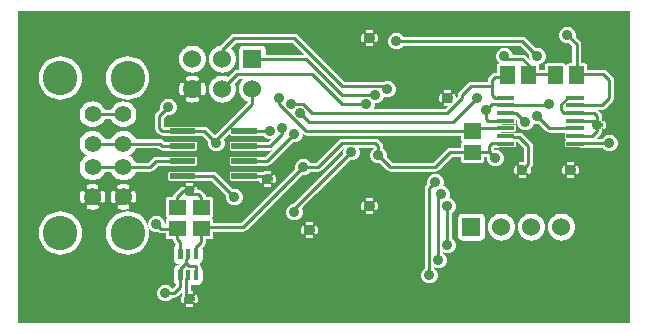
<source format=gbr>
G04 start of page 3 for group 1 idx 1 *
G04 Title: (unknown), solder *
G04 Creator: pcb 20091103 *
G04 CreationDate: Sat 19 Mar 2011 11:45:18 AM GMT UTC *
G04 For: gjhurlbu *
G04 Format: Gerber/RS-274X *
G04 PCB-Dimensions: 600000 500000 *
G04 PCB-Coordinate-Origin: lower left *
%MOIN*%
%FSLAX25Y25*%
%LNBACK*%
%ADD11C,0.0100*%
%ADD12C,0.0560*%
%ADD13C,0.1150*%
%ADD14C,0.0200*%
%ADD15C,0.0600*%
%ADD16C,0.0360*%
%ADD17R,0.0200X0.0200*%
%ADD18R,0.0512X0.0512*%
%ADD20C,0.0910*%
%ADD21C,0.0380*%
%ADD22R,0.0130X0.0130*%
%ADD23R,0.0150X0.0150*%
G54D14*G36*
X167500Y402500D02*X193441D01*
Y401441D01*
X193456Y401267D01*
X193501Y401099D01*
X193575Y400941D01*
X193675Y400798D01*
X193798Y400675D01*
X193941Y400575D01*
X194099Y400501D01*
X194263Y400457D01*
X194099Y400413D01*
X193941Y400339D01*
X193798Y400239D01*
X193675Y400116D01*
X193575Y399973D01*
X193501Y399815D01*
X193456Y399647D01*
X193441Y399473D01*
Y398414D01*
X189914D01*
X189857Y398409D01*
X189783D01*
X189712Y398396D01*
X189654Y398391D01*
X189595Y398375D01*
X189526Y398363D01*
X189463Y398340D01*
X189401Y398324D01*
X189343Y398297D01*
X189280Y398274D01*
X189220Y398239D01*
X189164Y398213D01*
X189116Y398179D01*
X189053Y398143D01*
X188996Y398095D01*
X188950Y398063D01*
X188909Y398022D01*
X188853Y397975D01*
X184378Y393500D01*
X170621D01*
X168725Y395396D01*
X168757Y395514D01*
X168800Y396000D01*
X168757Y396486D01*
X168631Y396958D01*
X168425Y397400D01*
X168145Y397800D01*
X167800Y398145D01*
X167500Y398355D01*
Y402500D01*
G37*
G36*
X230000Y432879D02*X230586Y432293D01*
Y426559D01*
X230000D01*
Y432879D01*
G37*
G36*
Y401173D02*X232942D01*
X233090Y401069D01*
X233080Y401061D01*
X232933Y400914D01*
X230000D01*
Y401173D01*
G37*
G36*
X241231Y444000D02*X250000D01*
Y340000D01*
X241231D01*
Y397833D01*
X241600Y397575D01*
X242042Y397369D01*
X242514Y397243D01*
X243000Y397200D01*
X243486Y397243D01*
X243958Y397369D01*
X244400Y397575D01*
X244800Y397855D01*
X245145Y398200D01*
X245425Y398600D01*
X245631Y399042D01*
X245757Y399514D01*
X245800Y400000D01*
X245757Y400486D01*
X245631Y400958D01*
X245425Y401400D01*
X245145Y401800D01*
X244800Y402145D01*
X244400Y402425D01*
X243958Y402631D01*
X243486Y402757D01*
X243000Y402800D01*
X242514Y402757D01*
X242042Y402631D01*
X241600Y402425D01*
X241231Y402167D01*
Y404720D01*
X241248Y404721D01*
X241332Y404744D01*
X241411Y404781D01*
X241483Y404831D01*
X241544Y404893D01*
X241594Y404964D01*
X241631Y405043D01*
X241704Y405276D01*
X241757Y405514D01*
X241789Y405756D01*
X241800Y406000D01*
X241789Y406245D01*
X241757Y406487D01*
X241704Y406725D01*
X241631Y406958D01*
X241594Y407037D01*
X241544Y407108D01*
X241483Y407170D01*
X241411Y407220D01*
X241332Y407257D01*
X241248Y407280D01*
X241231Y407281D01*
Y411222D01*
X241244Y411230D01*
X241309Y411260D01*
X241370Y411302D01*
X241419Y411331D01*
X241463Y411368D01*
X241523Y411410D01*
X241575Y411462D01*
X241619Y411499D01*
X244060Y413940D01*
X244061Y413939D01*
X244108Y413995D01*
X244149Y414036D01*
X244182Y414083D01*
X244229Y414139D01*
X244266Y414203D01*
X244299Y414250D01*
X244325Y414305D01*
X244360Y414366D01*
X244381Y414425D01*
X244410Y414487D01*
X244427Y414551D01*
X244449Y414612D01*
X244459Y414674D01*
X244460Y414677D01*
X244477Y414740D01*
X244482Y414796D01*
X244495Y414869D01*
Y414943D01*
X244500Y415000D01*
Y421000D01*
X244494Y421068D01*
Y421131D01*
X244483Y421193D01*
X244477Y421260D01*
X244459Y421329D01*
X244448Y421389D01*
X244429Y421441D01*
X244410Y421513D01*
X244378Y421580D01*
X244359Y421634D01*
X244329Y421686D01*
X244299Y421750D01*
X244259Y421806D01*
X244228Y421861D01*
X244187Y421910D01*
X244149Y421964D01*
X244102Y422011D01*
X244060Y422061D01*
X242061Y424060D01*
X242011Y424102D01*
X241964Y424149D01*
X241910Y424187D01*
X241861Y424228D01*
X241806Y424259D01*
X241750Y424299D01*
X241686Y424329D01*
X241634Y424359D01*
X241580Y424378D01*
X241513Y424410D01*
X241441Y424429D01*
X241389Y424448D01*
X241329Y424459D01*
X241260Y424477D01*
X241231Y424480D01*
Y444000D01*
G37*
G36*
Y402167D02*X241200Y402145D01*
X240855Y401800D01*
X240645Y401500D01*
X238620D01*
X240060Y402940D01*
X240061Y402939D01*
X240108Y402995D01*
X240149Y403036D01*
X240181Y403082D01*
X240229Y403139D01*
X240265Y403202D01*
X240299Y403250D01*
X240325Y403305D01*
X240360Y403366D01*
X240383Y403430D01*
X240410Y403487D01*
X240427Y403550D01*
X240449Y403612D01*
X240461Y403681D01*
X240477Y403740D01*
X240482Y403798D01*
X240495Y403869D01*
Y403943D01*
X240500Y404000D01*
Y409000D01*
X240494Y409068D01*
Y409131D01*
X240483Y409194D01*
X240477Y409260D01*
X240459Y409328D01*
X240448Y409389D01*
X240429Y409440D01*
X240410Y409513D01*
X240378Y409580D01*
X240359Y409634D01*
X240330Y409684D01*
X240299Y409750D01*
X240259Y409806D01*
X240228Y409861D01*
X240187Y409910D01*
X240149Y409964D01*
X240102Y410011D01*
X240060Y410061D01*
X239062Y411059D01*
X240559D01*
X240639Y411066D01*
X240690D01*
X240743Y411075D01*
X240819Y411082D01*
X240893Y411102D01*
X240947Y411111D01*
X240998Y411129D01*
X241072Y411149D01*
X241137Y411180D01*
X241193Y411200D01*
X241231Y411222D01*
Y407281D01*
X241161Y407287D01*
X241074Y407280D01*
X240990Y407257D01*
X240911Y407220D01*
X240840Y407170D01*
X240778Y407109D01*
X240728Y407037D01*
X240691Y406958D01*
X240668Y406874D01*
X240661Y406787D01*
X240668Y406700D01*
X240691Y406616D01*
X240738Y406466D01*
X240772Y406313D01*
X240793Y406157D01*
X240800Y406000D01*
X240793Y405844D01*
X240772Y405688D01*
X240738Y405535D01*
X240691Y405385D01*
X240668Y405301D01*
X240661Y405214D01*
X240668Y405127D01*
X240691Y405043D01*
X240728Y404964D01*
X240778Y404892D01*
X240840Y404831D01*
X240911Y404781D01*
X240990Y404744D01*
X241074Y404721D01*
X241161Y404714D01*
X241231Y404720D01*
Y402167D01*
G37*
G36*
Y340000D02*X232231D01*
Y389720D01*
X232248Y389721D01*
X232332Y389744D01*
X232411Y389781D01*
X232483Y389831D01*
X232544Y389893D01*
X232594Y389964D01*
X232631Y390043D01*
X232704Y390276D01*
X232757Y390514D01*
X232789Y390756D01*
X232800Y391000D01*
X232789Y391245D01*
X232757Y391487D01*
X232704Y391725D01*
X232631Y391958D01*
X232594Y392037D01*
X232544Y392108D01*
X232483Y392170D01*
X232411Y392220D01*
X232332Y392257D01*
X232248Y392280D01*
X232231Y392281D01*
Y398614D01*
X232952D01*
X233045Y398536D01*
X233271Y398405D01*
X233517Y398316D01*
X233774Y398271D01*
X234036D01*
X234293Y398316D01*
X234539Y398405D01*
X234703Y398500D01*
X240645D01*
X240855Y398200D01*
X241200Y397855D01*
X241231Y397833D01*
Y340000D01*
G37*
G36*
X232231Y444000D02*X241231D01*
Y424480D01*
X241193Y424483D01*
X241131Y424494D01*
X241068D01*
X241000Y424500D01*
X235645D01*
Y425559D01*
X235630Y425733D01*
X235585Y425901D01*
X235511Y426059D01*
X235411Y426202D01*
X235288Y426325D01*
X235145Y426425D01*
X234987Y426499D01*
X234819Y426544D01*
X234645Y426559D01*
X233586D01*
Y432914D01*
X233580Y432982D01*
Y433045D01*
X233569Y433107D01*
X233563Y433174D01*
X233545Y433243D01*
X233534Y433303D01*
X233515Y433354D01*
Y433355D01*
X233496Y433427D01*
X233462Y433499D01*
X233445Y433548D01*
X233415Y433600D01*
X233385Y433664D01*
X233342Y433725D01*
X233314Y433775D01*
X233273Y433824D01*
X233235Y433878D01*
X233188Y433925D01*
X233146Y433975D01*
X232231Y434890D01*
Y444000D01*
G37*
G36*
Y340000D02*X230000D01*
Y368660D01*
X230447Y369107D01*
X230897Y369750D01*
X231229Y370461D01*
X231432Y371219D01*
X231500Y372000D01*
X231432Y372781D01*
X231229Y373539D01*
X230897Y374250D01*
X230447Y374893D01*
X230000Y375340D01*
Y388200D01*
X230244Y388211D01*
X230486Y388243D01*
X230724Y388296D01*
X230957Y388369D01*
X231036Y388406D01*
X231107Y388456D01*
X231169Y388517D01*
X231219Y388589D01*
X231256Y388668D01*
X231279Y388752D01*
X231286Y388839D01*
X231279Y388926D01*
X231256Y389010D01*
X231219Y389089D01*
X231169Y389160D01*
X231108Y389222D01*
X231036Y389272D01*
X230957Y389309D01*
X230873Y389332D01*
X230786Y389339D01*
X230699Y389332D01*
X230615Y389309D01*
X230465Y389262D01*
X230312Y389228D01*
X230156Y389207D01*
X230000Y389200D01*
Y392800D01*
X230156Y392794D01*
X230312Y392773D01*
X230465Y392739D01*
X230615Y392692D01*
X230699Y392669D01*
X230786Y392662D01*
X230873Y392669D01*
X230957Y392692D01*
X231036Y392729D01*
X231108Y392779D01*
X231169Y392841D01*
X231219Y392912D01*
X231256Y392991D01*
X231279Y393075D01*
X231286Y393162D01*
X231279Y393249D01*
X231256Y393333D01*
X231219Y393412D01*
X231169Y393484D01*
X231107Y393545D01*
X231036Y393595D01*
X230957Y393632D01*
X230724Y393705D01*
X230486Y393758D01*
X230244Y393790D01*
X230000Y393800D01*
Y398614D01*
X232231D01*
Y392281D01*
X232161Y392287D01*
X232074Y392280D01*
X231990Y392257D01*
X231911Y392220D01*
X231840Y392170D01*
X231778Y392109D01*
X231728Y392037D01*
X231691Y391958D01*
X231668Y391874D01*
X231661Y391787D01*
X231668Y391700D01*
X231691Y391616D01*
X231738Y391466D01*
X231772Y391313D01*
X231793Y391157D01*
X231800Y391000D01*
X231793Y390844D01*
X231772Y390688D01*
X231738Y390535D01*
X231691Y390385D01*
X231668Y390301D01*
X231661Y390214D01*
X231668Y390127D01*
X231691Y390043D01*
X231728Y389964D01*
X231778Y389892D01*
X231840Y389831D01*
X231911Y389781D01*
X231990Y389744D01*
X232074Y389721D01*
X232161Y389714D01*
X232231Y389720D01*
Y340000D01*
G37*
G36*
X230000Y444000D02*X232231D01*
Y434890D01*
X231725Y435396D01*
X231757Y435514D01*
X231800Y436000D01*
X231757Y436486D01*
X231631Y436958D01*
X231425Y437400D01*
X231145Y437800D01*
X230800Y438145D01*
X230400Y438425D01*
X230000Y438611D01*
Y444000D01*
G37*
G36*
X227769Y403500D02*X228727D01*
X228802Y403473D01*
X228649D01*
X228562Y403465D01*
X228478Y403443D01*
X228399Y403406D01*
X228328Y403356D01*
X228266Y403294D01*
X228216Y403223D01*
X228179Y403144D01*
X228157Y403060D01*
X228149Y402973D01*
Y401673D01*
X228157Y401586D01*
X228179Y401502D01*
X228216Y401423D01*
X228266Y401352D01*
X228328Y401290D01*
X228399Y401240D01*
X228478Y401203D01*
X228562Y401181D01*
X228649Y401173D01*
X230000D01*
Y400914D01*
X228649D01*
X228562Y400906D01*
X228478Y400884D01*
X228399Y400847D01*
X228328Y400797D01*
X228266Y400735D01*
X228216Y400664D01*
X228179Y400585D01*
X228157Y400501D01*
X228149Y400414D01*
Y399114D01*
X228157Y399027D01*
X228179Y398943D01*
X228216Y398864D01*
X228266Y398793D01*
X228328Y398731D01*
X228399Y398681D01*
X228478Y398644D01*
X228562Y398622D01*
X228649Y398614D01*
X230000D01*
Y393800D01*
X229755Y393790D01*
X229513Y393758D01*
X229275Y393705D01*
X229042Y393632D01*
X228963Y393595D01*
X228892Y393545D01*
X228830Y393484D01*
X228780Y393412D01*
X228743Y393333D01*
X228720Y393249D01*
X228713Y393162D01*
X228720Y393075D01*
X228743Y392991D01*
X228780Y392912D01*
X228830Y392841D01*
X228891Y392779D01*
X228963Y392729D01*
X229042Y392692D01*
X229126Y392669D01*
X229213Y392662D01*
X229300Y392669D01*
X229384Y392692D01*
X229534Y392739D01*
X229687Y392773D01*
X229843Y392794D01*
X230000Y392800D01*
Y389200D01*
X229999D01*
X229843Y389207D01*
X229687Y389228D01*
X229534Y389262D01*
X229384Y389309D01*
X229300Y389332D01*
X229213Y389339D01*
X229126Y389332D01*
X229042Y389309D01*
X228963Y389272D01*
X228891Y389222D01*
X228830Y389160D01*
X228780Y389089D01*
X228743Y389010D01*
X228720Y388926D01*
X228713Y388839D01*
X228720Y388752D01*
X228743Y388668D01*
X228780Y388589D01*
X228830Y388517D01*
X228892Y388456D01*
X228963Y388406D01*
X229042Y388369D01*
X229275Y388296D01*
X229513Y388243D01*
X229755Y388211D01*
X229999Y388200D01*
X230000D01*
Y375340D01*
X229893Y375447D01*
X229250Y375897D01*
X228539Y376229D01*
X227781Y376432D01*
X227769Y376433D01*
Y389720D01*
X227838Y389714D01*
X227925Y389721D01*
X228009Y389744D01*
X228088Y389781D01*
X228159Y389831D01*
X228221Y389892D01*
X228271Y389964D01*
X228308Y390043D01*
X228331Y390127D01*
X228338Y390214D01*
X228331Y390301D01*
X228308Y390385D01*
X228261Y390535D01*
X228227Y390688D01*
X228206Y390844D01*
X228200Y391001D01*
X228206Y391157D01*
X228227Y391313D01*
X228261Y391466D01*
X228308Y391616D01*
X228331Y391700D01*
X228338Y391787D01*
X228331Y391874D01*
X228308Y391958D01*
X228271Y392037D01*
X228221Y392109D01*
X228159Y392170D01*
X228088Y392220D01*
X228009Y392257D01*
X227925Y392280D01*
X227838Y392287D01*
X227769Y392281D01*
Y403500D01*
G37*
G36*
X230000Y340000D02*X227769D01*
Y367567D01*
X227781Y367568D01*
X228539Y367771D01*
X229250Y368103D01*
X229893Y368553D01*
X230000Y368660D01*
Y340000D01*
G37*
G36*
X227769D02*X217000D01*
Y367500D01*
X217781Y367568D01*
X218539Y367771D01*
X219250Y368103D01*
X219893Y368553D01*
X220447Y369107D01*
X220897Y369750D01*
X221229Y370461D01*
X221432Y371219D01*
X221500Y372000D01*
X221432Y372781D01*
X221229Y373539D01*
X220897Y374250D01*
X220447Y374893D01*
X219893Y375447D01*
X219250Y375897D01*
X218539Y376229D01*
X217781Y376432D01*
X217000Y376500D01*
Y391880D01*
X217060Y391940D01*
X217061Y391939D01*
X217108Y391995D01*
X217149Y392036D01*
X217181Y392082D01*
X217229Y392139D01*
X217265Y392202D01*
X217299Y392250D01*
X217325Y392306D01*
X217360Y392366D01*
X217383Y392429D01*
X217410Y392487D01*
X217426Y392549D01*
X217449Y392612D01*
X217461Y392681D01*
X217477Y392740D01*
X217482Y392796D01*
X217495Y392869D01*
Y392943D01*
X217500Y393000D01*
Y399000D01*
X217494Y399068D01*
Y399131D01*
X217483Y399193D01*
X217477Y399260D01*
X217459Y399329D01*
X217448Y399389D01*
X217429Y399441D01*
X217410Y399513D01*
X217378Y399580D01*
X217359Y399634D01*
X217329Y399686D01*
X217299Y399750D01*
X217259Y399806D01*
X217228Y399861D01*
X217187Y399910D01*
X217149Y399964D01*
X217102Y400011D01*
X217060Y400061D01*
X217000Y400121D01*
Y405055D01*
X217145Y405200D01*
X217425Y405600D01*
X217631Y406042D01*
X217754Y406503D01*
X218042Y406369D01*
X218514Y406243D01*
X219000Y406200D01*
X219486Y406243D01*
X219604Y406275D01*
X221940Y403939D01*
X221990Y403897D01*
X222036Y403851D01*
X222089Y403814D01*
X222140Y403771D01*
X222197Y403738D01*
X222250Y403701D01*
X222310Y403673D01*
X222367Y403640D01*
X222425Y403619D01*
X222487Y403590D01*
X222555Y403572D01*
X222613Y403551D01*
X222676Y403540D01*
X222740Y403523D01*
X222807Y403517D01*
X222870Y403506D01*
X222932D01*
X223000Y403500D01*
X227769D01*
Y392281D01*
X227751Y392280D01*
X227667Y392257D01*
X227588Y392220D01*
X227516Y392170D01*
X227455Y392108D01*
X227405Y392037D01*
X227368Y391958D01*
X227295Y391725D01*
X227242Y391487D01*
X227210Y391245D01*
X227200Y391001D01*
X227210Y390756D01*
X227242Y390514D01*
X227295Y390276D01*
X227368Y390043D01*
X227405Y389964D01*
X227455Y389893D01*
X227516Y389831D01*
X227588Y389781D01*
X227667Y389744D01*
X227751Y389721D01*
X227769Y389720D01*
Y376433D01*
X227000Y376500D01*
X226219Y376432D01*
X225461Y376229D01*
X224750Y375897D01*
X224107Y375447D01*
X223553Y374893D01*
X223103Y374250D01*
X222771Y373539D01*
X222568Y372781D01*
X222500Y372000D01*
X222568Y371219D01*
X222771Y370461D01*
X223103Y369750D01*
X223553Y369107D01*
X224107Y368553D01*
X224750Y368103D01*
X225461Y367771D01*
X226219Y367568D01*
X227000Y367500D01*
X227769Y367567D01*
Y340000D01*
G37*
G36*
X217000Y444000D02*X230000D01*
Y438611D01*
X229958Y438631D01*
X229486Y438757D01*
X229000Y438800D01*
X228514Y438757D01*
X228042Y438631D01*
X227600Y438425D01*
X227200Y438145D01*
X226855Y437800D01*
X226575Y437400D01*
X226369Y436958D01*
X226243Y436486D01*
X226200Y436000D01*
X226243Y435514D01*
X226369Y435042D01*
X226575Y434600D01*
X226855Y434200D01*
X227200Y433855D01*
X227600Y433575D01*
X228042Y433369D01*
X228514Y433243D01*
X229000Y433200D01*
X229486Y433243D01*
X229604Y433275D01*
X230000Y432879D01*
Y426559D01*
X229527D01*
X229353Y426544D01*
X229185Y426499D01*
X229027Y426425D01*
X228884Y426325D01*
X228761Y426202D01*
X228661Y426059D01*
X228587Y425901D01*
X228543Y425737D01*
X228499Y425901D01*
X228425Y426059D01*
X228325Y426202D01*
X228202Y426325D01*
X228059Y426425D01*
X227901Y426499D01*
X227733Y426544D01*
X227559Y426559D01*
X222441D01*
X222267Y426544D01*
X222099Y426499D01*
X221941Y426425D01*
X221798Y426325D01*
X221675Y426202D01*
X221575Y426059D01*
X221501Y425901D01*
X221456Y425733D01*
X221441Y425559D01*
Y424500D01*
X219645D01*
Y425559D01*
X219630Y425733D01*
X219585Y425901D01*
X219511Y426059D01*
X219411Y426202D01*
X219379Y426234D01*
X219486Y426243D01*
X219958Y426369D01*
X220400Y426575D01*
X220800Y426855D01*
X221145Y427200D01*
X221425Y427600D01*
X221631Y428042D01*
X221757Y428514D01*
X221800Y429000D01*
X221757Y429486D01*
X221631Y429958D01*
X221425Y430400D01*
X221145Y430800D01*
X220800Y431145D01*
X220400Y431425D01*
X219958Y431631D01*
X219486Y431757D01*
X219000Y431800D01*
X218514Y431757D01*
X218396Y431725D01*
X217000Y433121D01*
Y444000D01*
G37*
G36*
Y400121D02*X214061Y403060D01*
X214011Y403102D01*
X213964Y403149D01*
X213909Y403187D01*
X213861Y403228D01*
X213806Y403260D01*
X213750Y403299D01*
X213686Y403329D01*
X213634Y403359D01*
X213580Y403379D01*
X213513Y403410D01*
X213441Y403429D01*
X213389Y403448D01*
X213329Y403459D01*
X213260Y403477D01*
X213194Y403483D01*
X213131Y403494D01*
X213068D01*
X213000Y403500D01*
X211000D01*
X210740Y403477D01*
X210725Y403473D01*
X206586D01*
X206821Y403583D01*
X207034Y403732D01*
X211327D01*
X211414Y403740D01*
X211498Y403762D01*
X211577Y403799D01*
X211648Y403849D01*
X211710Y403911D01*
X211760Y403982D01*
X211797Y404061D01*
X211819Y404145D01*
X211827Y404232D01*
Y405532D01*
X211819Y405619D01*
X211797Y405703D01*
X211760Y405782D01*
X211710Y405853D01*
X211648Y405915D01*
X211577Y405965D01*
X211498Y406002D01*
X211414Y406024D01*
X211327Y406032D01*
X207034D01*
X206849Y406161D01*
X207034Y406291D01*
X211327D01*
X211414Y406299D01*
X211498Y406321D01*
X211577Y406358D01*
X211648Y406408D01*
X211710Y406470D01*
X211760Y406541D01*
X211797Y406620D01*
X211819Y406704D01*
X211827Y406791D01*
Y408052D01*
X212275Y407604D01*
X212243Y407486D01*
X212200Y407000D01*
X212243Y406514D01*
X212369Y406042D01*
X212575Y405600D01*
X212855Y405200D01*
X213200Y404855D01*
X213600Y404575D01*
X214042Y404369D01*
X214514Y404243D01*
X215000Y404200D01*
X215486Y404243D01*
X215958Y404369D01*
X216400Y404575D01*
X216800Y404855D01*
X217000Y405055D01*
Y400121D01*
G37*
G36*
X214000Y389507D02*X214131D01*
X214388Y389552D01*
X214634Y389641D01*
X214860Y389772D01*
X215060Y389940D01*
X215762Y390642D01*
X215738Y390535D01*
X215691Y390385D01*
X215668Y390301D01*
X215661Y390214D01*
X215668Y390127D01*
X215691Y390043D01*
X215728Y389964D01*
X215778Y389892D01*
X215840Y389831D01*
X215911Y389781D01*
X215990Y389744D01*
X216074Y389721D01*
X216161Y389714D01*
X216248Y389721D01*
X216332Y389744D01*
X216411Y389781D01*
X216483Y389831D01*
X216544Y389893D01*
X216594Y389964D01*
X216631Y390043D01*
X216704Y390276D01*
X216757Y390514D01*
X216789Y390756D01*
X216800Y391000D01*
X216789Y391245D01*
X216757Y391487D01*
X216730Y391610D01*
X217000Y391880D01*
Y376500D01*
X216219Y376432D01*
X215461Y376229D01*
X214750Y375897D01*
X214107Y375447D01*
X214000Y375340D01*
Y388200D01*
X214244Y388211D01*
X214486Y388243D01*
X214724Y388296D01*
X214957Y388369D01*
X215036Y388406D01*
X215107Y388456D01*
X215169Y388517D01*
X215219Y388589D01*
X215256Y388668D01*
X215279Y388752D01*
X215286Y388839D01*
X215279Y388926D01*
X215256Y389010D01*
X215219Y389089D01*
X215169Y389160D01*
X215108Y389222D01*
X215036Y389272D01*
X214957Y389309D01*
X214873Y389332D01*
X214786Y389339D01*
X214699Y389332D01*
X214615Y389309D01*
X214465Y389262D01*
X214312Y389228D01*
X214156Y389207D01*
X214000Y389200D01*
Y389507D01*
G37*
G36*
Y398879D02*X214500Y398379D01*
Y393755D01*
X214486Y393758D01*
X214244Y393790D01*
X214000Y393800D01*
Y398879D01*
G37*
G36*
X217000Y340000D02*X214000D01*
Y368660D01*
X214107Y368553D01*
X214750Y368103D01*
X215461Y367771D01*
X216219Y367568D01*
X217000Y367500D01*
Y340000D01*
G37*
G36*
X214000D02*X211769D01*
Y389720D01*
X211838Y389714D01*
X211925Y389721D01*
X212009Y389744D01*
X212088Y389781D01*
X212159Y389831D01*
X212221Y389892D01*
X212271Y389964D01*
X212308Y390043D01*
X212331Y390127D01*
X212338Y390214D01*
X212331Y390301D01*
X212308Y390385D01*
X212261Y390535D01*
X212227Y390688D01*
X212206Y390844D01*
X212200Y391001D01*
X212206Y391157D01*
X212227Y391313D01*
X212261Y391466D01*
X212308Y391616D01*
X212331Y391700D01*
X212338Y391787D01*
X212331Y391874D01*
X212308Y391958D01*
X212271Y392037D01*
X212221Y392109D01*
X212159Y392170D01*
X212088Y392220D01*
X212009Y392257D01*
X211925Y392280D01*
X211838Y392287D01*
X211769Y392281D01*
Y398883D01*
X211797Y398943D01*
X211819Y399027D01*
X211827Y399114D01*
Y400414D01*
X211819Y400500D01*
X212379D01*
X214000Y398879D01*
Y393800D01*
X213755Y393790D01*
X213513Y393758D01*
X213275Y393705D01*
X213042Y393632D01*
X212963Y393595D01*
X212892Y393545D01*
X212830Y393484D01*
X212780Y393412D01*
X212743Y393333D01*
X212720Y393249D01*
X212713Y393162D01*
X212720Y393075D01*
X212743Y392991D01*
X212780Y392912D01*
X212830Y392841D01*
X212891Y392779D01*
X212963Y392729D01*
X213042Y392692D01*
X213126Y392669D01*
X213213Y392662D01*
X213300Y392669D01*
X213384Y392692D01*
X213534Y392739D01*
X213641Y392763D01*
X212939Y392061D01*
X212940Y392060D01*
X212772Y391860D01*
X212641Y391634D01*
X212552Y391388D01*
X212507Y391131D01*
Y390869D01*
X212552Y390612D01*
X212641Y390366D01*
X212772Y390140D01*
X212940Y389940D01*
X213140Y389772D01*
X213366Y389641D01*
X213612Y389552D01*
X213869Y389507D01*
X214000D01*
Y389200D01*
X213999D01*
X213843Y389207D01*
X213687Y389228D01*
X213534Y389262D01*
X213384Y389309D01*
X213300Y389332D01*
X213213Y389339D01*
X213126Y389332D01*
X213042Y389309D01*
X212963Y389272D01*
X212891Y389222D01*
X212830Y389160D01*
X212780Y389089D01*
X212743Y389010D01*
X212720Y388926D01*
X212713Y388839D01*
X212720Y388752D01*
X212743Y388668D01*
X212780Y388589D01*
X212830Y388517D01*
X212892Y388456D01*
X212963Y388406D01*
X213042Y388369D01*
X213275Y388296D01*
X213513Y388243D01*
X213755Y388211D01*
X213999Y388200D01*
X214000D01*
Y375340D01*
X213553Y374893D01*
X213103Y374250D01*
X212771Y373539D01*
X212568Y372781D01*
X212500Y372000D01*
X212568Y371219D01*
X212771Y370461D01*
X213103Y369750D01*
X213553Y369107D01*
X214000Y368660D01*
Y340000D01*
G37*
G36*
X211769D02*X207000D01*
Y367500D01*
X207781Y367568D01*
X208539Y367771D01*
X209250Y368103D01*
X209893Y368553D01*
X210447Y369107D01*
X210897Y369750D01*
X211229Y370461D01*
X211432Y371219D01*
X211500Y372000D01*
X211432Y372781D01*
X211229Y373539D01*
X210897Y374250D01*
X210447Y374893D01*
X209893Y375447D01*
X209250Y375897D01*
X208539Y376229D01*
X207781Y376432D01*
X207000Y376500D01*
Y393055D01*
X207145Y393200D01*
X207425Y393600D01*
X207631Y394042D01*
X207757Y394514D01*
X207800Y395000D01*
X207757Y395486D01*
X207631Y395958D01*
X207425Y396400D01*
X207145Y396800D01*
X207000Y396945D01*
Y398614D01*
X211327D01*
X211414Y398622D01*
X211498Y398644D01*
X211577Y398681D01*
X211648Y398731D01*
X211710Y398793D01*
X211760Y398864D01*
X211769Y398883D01*
Y392281D01*
X211751Y392280D01*
X211667Y392257D01*
X211588Y392220D01*
X211516Y392170D01*
X211455Y392108D01*
X211405Y392037D01*
X211368Y391958D01*
X211295Y391725D01*
X211242Y391487D01*
X211210Y391245D01*
X211200Y391001D01*
X211210Y390756D01*
X211242Y390514D01*
X211295Y390276D01*
X211368Y390043D01*
X211405Y389964D01*
X211455Y389893D01*
X211516Y389831D01*
X211588Y389781D01*
X211667Y389744D01*
X211751Y389721D01*
X211769Y389720D01*
Y340000D01*
G37*
G36*
X207000Y396945D02*X206800Y397145D01*
X206400Y397425D01*
X205958Y397631D01*
X205486Y397757D01*
X205000Y397800D01*
X204514Y397757D01*
X204500Y397753D01*
Y398380D01*
X204620Y398500D01*
X206000D01*
X206260Y398523D01*
X206513Y398590D01*
X206564Y398614D01*
X207000D01*
Y396945D01*
G37*
G36*
Y340000D02*X197000D01*
Y367500D01*
X200000D01*
X200260Y367523D01*
X200513Y367590D01*
X200750Y367701D01*
X200964Y367851D01*
X201149Y368036D01*
X201299Y368250D01*
X201410Y368487D01*
X201477Y368740D01*
X201500Y369000D01*
Y375000D01*
X201477Y375260D01*
X201410Y375513D01*
X201299Y375750D01*
X201149Y375964D01*
X200964Y376149D01*
X200750Y376299D01*
X200513Y376410D01*
X200260Y376477D01*
X200000Y376500D01*
X197000D01*
Y393355D01*
X200345D01*
X200519Y393370D01*
X200687Y393415D01*
X200845Y393489D01*
X200988Y393589D01*
X201111Y393712D01*
X201211Y393855D01*
X201285Y394013D01*
X201330Y394181D01*
X201345Y394355D01*
Y395414D01*
X202237D01*
X202200Y395000D01*
X202243Y394514D01*
X202369Y394042D01*
X202575Y393600D01*
X202855Y393200D01*
X203200Y392855D01*
X203600Y392575D01*
X204042Y392369D01*
X204514Y392243D01*
X205000Y392200D01*
X205486Y392243D01*
X205958Y392369D01*
X206400Y392575D01*
X206800Y392855D01*
X207000Y393055D01*
Y376500D01*
X206219Y376432D01*
X205461Y376229D01*
X204750Y375897D01*
X204107Y375447D01*
X203553Y374893D01*
X203103Y374250D01*
X202771Y373539D01*
X202568Y372781D01*
X202500Y372000D01*
X202568Y371219D01*
X202771Y370461D01*
X203103Y369750D01*
X203553Y369107D01*
X204107Y368553D01*
X204750Y368103D01*
X205461Y367771D01*
X206219Y367568D01*
X207000Y367500D01*
Y340000D01*
G37*
G36*
X197000D02*X186000D01*
Y358200D01*
X186486Y358243D01*
X186958Y358369D01*
X187400Y358575D01*
X187800Y358855D01*
X188145Y359200D01*
X188425Y359600D01*
X188631Y360042D01*
X188757Y360514D01*
X188800Y361000D01*
X188757Y361486D01*
X188631Y361958D01*
X188425Y362400D01*
X188145Y362800D01*
X187800Y363145D01*
X187500Y363355D01*
Y363645D01*
X187600Y363575D01*
X188042Y363369D01*
X188514Y363243D01*
X189000Y363200D01*
X189486Y363243D01*
X189958Y363369D01*
X190400Y363575D01*
X190800Y363855D01*
X191145Y364200D01*
X191425Y364600D01*
X191631Y365042D01*
X191757Y365514D01*
X191800Y366000D01*
X191757Y366486D01*
X191631Y366958D01*
X191425Y367400D01*
X191145Y367800D01*
X190800Y368145D01*
X190500Y368355D01*
Y376645D01*
X190800Y376855D01*
X191145Y377200D01*
X191425Y377600D01*
X191631Y378042D01*
X191757Y378514D01*
X191800Y379000D01*
X191757Y379486D01*
X191631Y379958D01*
X191425Y380400D01*
X191145Y380800D01*
X190800Y381145D01*
X190400Y381425D01*
X189958Y381631D01*
X189497Y381754D01*
X189631Y382042D01*
X189757Y382514D01*
X189800Y383000D01*
X189757Y383486D01*
X189631Y383958D01*
X189425Y384400D01*
X189145Y384800D01*
X188800Y385145D01*
X188400Y385425D01*
X187958Y385631D01*
X187497Y385754D01*
X187631Y386042D01*
X187757Y386514D01*
X187800Y387000D01*
X187757Y387486D01*
X187631Y387958D01*
X187425Y388400D01*
X187145Y388800D01*
X186800Y389145D01*
X186400Y389425D01*
X186000Y389611D01*
Y390887D01*
X186016Y390903D01*
X186060Y390940D01*
X190534Y395414D01*
X193441D01*
Y394355D01*
X193456Y394181D01*
X193501Y394013D01*
X193575Y393855D01*
X193675Y393712D01*
X193798Y393589D01*
X193941Y393489D01*
X194099Y393415D01*
X194267Y393370D01*
X194441Y393355D01*
X197000D01*
Y376500D01*
X194000D01*
X193740Y376477D01*
X193487Y376410D01*
X193250Y376299D01*
X193036Y376149D01*
X192851Y375964D01*
X192701Y375750D01*
X192590Y375513D01*
X192523Y375260D01*
X192500Y375000D01*
Y369000D01*
X192523Y368740D01*
X192590Y368487D01*
X192701Y368250D01*
X192851Y368036D01*
X193036Y367851D01*
X193250Y367701D01*
X193487Y367590D01*
X193740Y367523D01*
X194000Y367500D01*
X197000D01*
Y340000D01*
G37*
G36*
X186000D02*X167500D01*
Y392379D01*
X168940Y390939D01*
X168990Y390897D01*
X169036Y390851D01*
X169089Y390814D01*
X169140Y390771D01*
X169197Y390738D01*
X169250Y390701D01*
X169310Y390673D01*
X169367Y390640D01*
X169425Y390619D01*
X169487Y390590D01*
X169555Y390572D01*
X169613Y390551D01*
X169676Y390540D01*
X169740Y390523D01*
X169807Y390517D01*
X169870Y390506D01*
X169932D01*
X170000Y390500D01*
X185000D01*
X185081Y390507D01*
X185131D01*
X185185Y390516D01*
X185260Y390523D01*
X185333Y390542D01*
X185388Y390552D01*
X185437Y390570D01*
X185513Y390590D01*
X185581Y390622D01*
X185634Y390641D01*
X185686Y390671D01*
X185750Y390701D01*
X185810Y390743D01*
X185860Y390772D01*
X185904Y390809D01*
X185964Y390851D01*
X186000Y390887D01*
Y389611D01*
X185958Y389631D01*
X185486Y389757D01*
X185000Y389800D01*
X184514Y389757D01*
X184042Y389631D01*
X183600Y389425D01*
X183200Y389145D01*
X182855Y388800D01*
X182575Y388400D01*
X182369Y387958D01*
X182243Y387486D01*
X182200Y387000D01*
X182243Y386514D01*
X182274Y386396D01*
X181939Y386061D01*
X181940Y386060D01*
X181903Y386016D01*
X181851Y385964D01*
X181809Y385904D01*
X181772Y385860D01*
X181743Y385810D01*
X181701Y385750D01*
X181671Y385686D01*
X181641Y385634D01*
X181622Y385581D01*
X181590Y385513D01*
X181570Y385437D01*
X181552Y385388D01*
X181542Y385333D01*
X181523Y385260D01*
X181516Y385185D01*
X181507Y385131D01*
Y385079D01*
X181500Y385000D01*
Y358355D01*
X181200Y358145D01*
X180855Y357800D01*
X180575Y357400D01*
X180369Y356958D01*
X180243Y356486D01*
X180200Y356000D01*
X180243Y355514D01*
X180369Y355042D01*
X180575Y354600D01*
X180855Y354200D01*
X181200Y353855D01*
X181600Y353575D01*
X182042Y353369D01*
X182514Y353243D01*
X183000Y353200D01*
X183486Y353243D01*
X183958Y353369D01*
X184400Y353575D01*
X184800Y353855D01*
X185145Y354200D01*
X185425Y354600D01*
X185631Y355042D01*
X185757Y355514D01*
X185800Y356000D01*
X185757Y356486D01*
X185631Y356958D01*
X185425Y357400D01*
X185145Y357800D01*
X184800Y358145D01*
X184500Y358355D01*
Y358645D01*
X184600Y358575D01*
X185042Y358369D01*
X185514Y358243D01*
X186000Y358200D01*
Y340000D01*
G37*
G36*
X189000Y412200D02*X189082Y412204D01*
X189000Y412122D01*
Y412200D01*
G37*
G36*
Y432500D02*X213379D01*
X216275Y429604D01*
X216243Y429486D01*
X216200Y429000D01*
X216243Y428514D01*
X216369Y428042D01*
X216575Y427600D01*
X216701Y427420D01*
X215061Y429060D01*
X215011Y429102D01*
X214964Y429149D01*
X214910Y429187D01*
X214861Y429228D01*
X214806Y429259D01*
X214750Y429299D01*
X214686Y429329D01*
X214634Y429359D01*
X214580Y429378D01*
X214513Y429410D01*
X214441Y429429D01*
X214389Y429448D01*
X214329Y429459D01*
X214260Y429477D01*
X214193Y429483D01*
X214131Y429494D01*
X214068D01*
X214000Y429500D01*
X210753D01*
X210631Y429958D01*
X210425Y430400D01*
X210145Y430800D01*
X209800Y431145D01*
X209400Y431425D01*
X208958Y431631D01*
X208486Y431757D01*
X208000Y431800D01*
X207514Y431757D01*
X207042Y431631D01*
X206600Y431425D01*
X206200Y431145D01*
X205855Y430800D01*
X205575Y430400D01*
X205369Y429958D01*
X205243Y429486D01*
X205200Y429000D01*
X205243Y428514D01*
X205369Y428042D01*
X205575Y427600D01*
X205855Y427200D01*
X206200Y426855D01*
X206600Y426575D01*
X206634Y426559D01*
X206441D01*
X206267Y426544D01*
X206099Y426499D01*
X205941Y426425D01*
X205798Y426325D01*
X205675Y426202D01*
X205575Y426059D01*
X205501Y425901D01*
X205456Y425733D01*
X205441Y425559D01*
Y423500D01*
X205000D01*
X204943Y423495D01*
X204869D01*
X204798Y423482D01*
X204740Y423477D01*
X204681Y423461D01*
X204612Y423449D01*
X204549Y423426D01*
X204487Y423410D01*
X204429Y423383D01*
X204366Y423360D01*
X204306Y423325D01*
X204250Y423299D01*
X204202Y423265D01*
X204139Y423229D01*
X204082Y423181D01*
X204036Y423149D01*
X203995Y423108D01*
X203939Y423061D01*
X202939Y422061D01*
X202940Y422060D01*
X202903Y422016D01*
X202851Y421964D01*
X202809Y421904D01*
X202772Y421860D01*
X202743Y421810D01*
X202701Y421750D01*
X202671Y421686D01*
X202641Y421634D01*
X202622Y421581D01*
X202590Y421513D01*
X202570Y421437D01*
X202552Y421388D01*
X202542Y421333D01*
X202523Y421260D01*
X202516Y421185D01*
X202507Y421131D01*
Y421079D01*
X202500Y421000D01*
Y420500D01*
X197000D01*
X196943Y420495D01*
X196869D01*
X196798Y420482D01*
X196740Y420477D01*
X196681Y420461D01*
X196612Y420449D01*
X196549Y420426D01*
X196487Y420410D01*
X196429Y420383D01*
X196366Y420360D01*
X196306Y420325D01*
X196250Y420299D01*
X196202Y420265D01*
X196139Y420229D01*
X196082Y420181D01*
X196036Y420149D01*
X195995Y420108D01*
X195939Y420061D01*
X192939Y417061D01*
X192940Y417060D01*
X192903Y417016D01*
X192851Y416964D01*
X192809Y416904D01*
X192772Y416860D01*
X192743Y416810D01*
X192701Y416750D01*
X192671Y416686D01*
X192641Y416634D01*
X192622Y416581D01*
X192590Y416513D01*
X192570Y416437D01*
X192552Y416388D01*
X192542Y416333D01*
X192523Y416260D01*
X192516Y416185D01*
X192507Y416131D01*
Y416079D01*
X192500Y416000D01*
Y415622D01*
X191796Y414918D01*
X191800Y415000D01*
X191789Y415245D01*
X191757Y415487D01*
X191704Y415725D01*
X191631Y415958D01*
X191594Y416037D01*
X191544Y416108D01*
X191483Y416170D01*
X191411Y416220D01*
X191332Y416257D01*
X191248Y416280D01*
X191161Y416287D01*
X191074Y416280D01*
X190990Y416257D01*
X190911Y416220D01*
X190840Y416170D01*
X190778Y416109D01*
X190728Y416037D01*
X190691Y415958D01*
X190668Y415874D01*
X190661Y415787D01*
X190668Y415700D01*
X190691Y415616D01*
X190738Y415466D01*
X190772Y415313D01*
X190793Y415157D01*
X190800Y415000D01*
X190793Y414844D01*
X190772Y414688D01*
X190738Y414535D01*
X190691Y414385D01*
X190668Y414301D01*
X190661Y414214D01*
X190668Y414127D01*
X190691Y414043D01*
X190728Y413964D01*
X190775Y413897D01*
X190103Y413225D01*
X190036Y413272D01*
X189957Y413309D01*
X189873Y413332D01*
X189786Y413339D01*
X189699Y413332D01*
X189615Y413309D01*
X189465Y413262D01*
X189312Y413228D01*
X189156Y413207D01*
X189000Y413200D01*
Y416800D01*
X189156Y416794D01*
X189312Y416773D01*
X189465Y416739D01*
X189615Y416692D01*
X189699Y416669D01*
X189786Y416662D01*
X189873Y416669D01*
X189957Y416692D01*
X190036Y416729D01*
X190108Y416779D01*
X190169Y416841D01*
X190219Y416912D01*
X190256Y416991D01*
X190279Y417075D01*
X190286Y417162D01*
X190279Y417249D01*
X190256Y417333D01*
X190219Y417412D01*
X190169Y417484D01*
X190107Y417545D01*
X190036Y417595D01*
X189957Y417632D01*
X189724Y417705D01*
X189486Y417758D01*
X189244Y417790D01*
X189000Y417800D01*
Y432500D01*
G37*
G36*
Y444000D02*X217000D01*
Y433121D01*
X215061Y435060D01*
X215011Y435102D01*
X214964Y435149D01*
X214910Y435187D01*
X214861Y435228D01*
X214806Y435259D01*
X214750Y435299D01*
X214686Y435329D01*
X214634Y435359D01*
X214580Y435378D01*
X214513Y435410D01*
X214441Y435429D01*
X214389Y435448D01*
X214329Y435459D01*
X214260Y435477D01*
X214193Y435483D01*
X214131Y435494D01*
X214068D01*
X214000Y435500D01*
X189000D01*
Y444000D01*
G37*
G36*
X186769Y432500D02*X189000D01*
Y417800D01*
X188755Y417790D01*
X188513Y417758D01*
X188275Y417705D01*
X188042Y417632D01*
X187963Y417595D01*
X187892Y417545D01*
X187830Y417484D01*
X187780Y417412D01*
X187743Y417333D01*
X187720Y417249D01*
X187713Y417162D01*
X187720Y417075D01*
X187743Y416991D01*
X187780Y416912D01*
X187830Y416841D01*
X187891Y416779D01*
X187963Y416729D01*
X188042Y416692D01*
X188126Y416669D01*
X188213Y416662D01*
X188300Y416669D01*
X188384Y416692D01*
X188534Y416739D01*
X188687Y416773D01*
X188843Y416794D01*
X189000Y416800D01*
Y413200D01*
X188999D01*
X188843Y413207D01*
X188687Y413228D01*
X188534Y413262D01*
X188384Y413309D01*
X188300Y413332D01*
X188213Y413339D01*
X188126Y413332D01*
X188042Y413309D01*
X187963Y413272D01*
X187891Y413222D01*
X187830Y413160D01*
X187780Y413089D01*
X187743Y413010D01*
X187720Y412926D01*
X187713Y412839D01*
X187720Y412752D01*
X187743Y412668D01*
X187780Y412589D01*
X187830Y412517D01*
X187892Y412456D01*
X187963Y412406D01*
X188042Y412369D01*
X188275Y412296D01*
X188513Y412243D01*
X188755Y412211D01*
X188999Y412200D01*
X189000D01*
Y412122D01*
X188378Y411500D01*
X186769D01*
Y413720D01*
X186838Y413714D01*
X186925Y413721D01*
X187009Y413744D01*
X187088Y413781D01*
X187159Y413831D01*
X187221Y413892D01*
X187271Y413964D01*
X187308Y414043D01*
X187331Y414127D01*
X187338Y414214D01*
X187331Y414301D01*
X187308Y414385D01*
X187261Y414535D01*
X187227Y414688D01*
X187206Y414844D01*
X187200Y415001D01*
X187206Y415157D01*
X187227Y415313D01*
X187261Y415466D01*
X187308Y415616D01*
X187331Y415700D01*
X187338Y415787D01*
X187331Y415874D01*
X187308Y415958D01*
X187271Y416037D01*
X187221Y416109D01*
X187159Y416170D01*
X187088Y416220D01*
X187009Y416257D01*
X186925Y416280D01*
X186838Y416287D01*
X186769Y416281D01*
Y432500D01*
G37*
G36*
Y444000D02*X189000D01*
Y435500D01*
X186769D01*
Y444000D01*
G37*
G36*
X167500D02*X186769D01*
Y435500D01*
X174355D01*
X174145Y435800D01*
X173800Y436145D01*
X173400Y436425D01*
X172958Y436631D01*
X172486Y436757D01*
X172000Y436800D01*
X171514Y436757D01*
X171042Y436631D01*
X170600Y436425D01*
X170200Y436145D01*
X169855Y435800D01*
X169575Y435400D01*
X169369Y434958D01*
X169243Y434486D01*
X169200Y434000D01*
X169243Y433514D01*
X169369Y433042D01*
X169575Y432600D01*
X169855Y432200D01*
X170200Y431855D01*
X170600Y431575D01*
X171042Y431369D01*
X171514Y431243D01*
X172000Y431200D01*
X172486Y431243D01*
X172958Y431369D01*
X173400Y431575D01*
X173800Y431855D01*
X174145Y432200D01*
X174355Y432500D01*
X186769D01*
Y416281D01*
X186751Y416280D01*
X186667Y416257D01*
X186588Y416220D01*
X186516Y416170D01*
X186455Y416108D01*
X186405Y416037D01*
X186368Y415958D01*
X186295Y415725D01*
X186242Y415487D01*
X186210Y415245D01*
X186200Y415001D01*
X186210Y414756D01*
X186242Y414514D01*
X186295Y414276D01*
X186368Y414043D01*
X186405Y413964D01*
X186455Y413893D01*
X186516Y413831D01*
X186588Y413781D01*
X186667Y413744D01*
X186751Y413721D01*
X186769Y413720D01*
Y411500D01*
X167500D01*
Y414761D01*
X167631Y415042D01*
X167754Y415503D01*
X168042Y415369D01*
X168514Y415243D01*
X169000Y415200D01*
X169486Y415243D01*
X169958Y415369D01*
X170400Y415575D01*
X170800Y415855D01*
X171145Y416200D01*
X171425Y416600D01*
X171631Y417042D01*
X171757Y417514D01*
X171800Y418000D01*
X171757Y418486D01*
X171631Y418958D01*
X171425Y419400D01*
X171145Y419800D01*
X170800Y420145D01*
X170400Y420425D01*
X169958Y420631D01*
X169486Y420757D01*
X169000Y420800D01*
X168514Y420757D01*
X168042Y420631D01*
X167761Y420500D01*
X167500D01*
Y444000D01*
G37*
G36*
Y411500D02*X164355D01*
X164425Y411600D01*
X164631Y412042D01*
X164757Y412514D01*
X164800Y413000D01*
X164781Y413219D01*
X165000Y413200D01*
X165486Y413243D01*
X165958Y413369D01*
X166400Y413575D01*
X166800Y413855D01*
X167145Y414200D01*
X167425Y414600D01*
X167500Y414761D01*
Y411500D01*
G37*
G36*
X165231Y393319D02*X165514Y393243D01*
X166000Y393200D01*
X166486Y393243D01*
X166604Y393275D01*
X167500Y392379D01*
Y340000D01*
X165231D01*
Y377720D01*
X165248Y377721D01*
X165332Y377744D01*
X165411Y377781D01*
X165483Y377831D01*
X165544Y377893D01*
X165594Y377964D01*
X165631Y378043D01*
X165704Y378276D01*
X165757Y378514D01*
X165789Y378756D01*
X165800Y379000D01*
X165789Y379245D01*
X165757Y379487D01*
X165704Y379725D01*
X165631Y379958D01*
X165594Y380037D01*
X165544Y380108D01*
X165483Y380170D01*
X165411Y380220D01*
X165332Y380257D01*
X165248Y380280D01*
X165231Y380281D01*
Y393319D01*
G37*
G36*
X163000Y398500D02*X164379D01*
X164500Y398379D01*
Y398355D01*
X164200Y398145D01*
X163855Y397800D01*
X163575Y397400D01*
X163369Y396958D01*
X163243Y396486D01*
X163200Y396000D01*
X163243Y395514D01*
X163369Y395042D01*
X163575Y394600D01*
X163855Y394200D01*
X164200Y393855D01*
X164600Y393575D01*
X165042Y393369D01*
X165231Y393319D01*
Y380281D01*
X165161Y380287D01*
X165074Y380280D01*
X164990Y380257D01*
X164911Y380220D01*
X164840Y380170D01*
X164778Y380109D01*
X164728Y380037D01*
X164691Y379958D01*
X164668Y379874D01*
X164661Y379787D01*
X164668Y379700D01*
X164691Y379616D01*
X164738Y379466D01*
X164772Y379313D01*
X164793Y379157D01*
X164800Y379000D01*
X164793Y378844D01*
X164772Y378688D01*
X164738Y378535D01*
X164691Y378385D01*
X164668Y378301D01*
X164661Y378214D01*
X164668Y378127D01*
X164691Y378043D01*
X164728Y377964D01*
X164778Y377892D01*
X164840Y377831D01*
X164911Y377781D01*
X164990Y377744D01*
X165074Y377721D01*
X165161Y377714D01*
X165231Y377720D01*
Y340000D01*
X163000D01*
Y376200D01*
X163244Y376211D01*
X163486Y376243D01*
X163724Y376296D01*
X163957Y376369D01*
X164036Y376406D01*
X164107Y376456D01*
X164169Y376517D01*
X164219Y376589D01*
X164256Y376668D01*
X164279Y376752D01*
X164286Y376839D01*
X164279Y376926D01*
X164256Y377010D01*
X164219Y377089D01*
X164169Y377160D01*
X164108Y377222D01*
X164036Y377272D01*
X163957Y377309D01*
X163873Y377332D01*
X163786Y377339D01*
X163699Y377332D01*
X163615Y377309D01*
X163465Y377262D01*
X163312Y377228D01*
X163156Y377207D01*
X163000Y377200D01*
Y380800D01*
X163156Y380794D01*
X163312Y380773D01*
X163465Y380739D01*
X163615Y380692D01*
X163699Y380669D01*
X163786Y380662D01*
X163873Y380669D01*
X163957Y380692D01*
X164036Y380729D01*
X164108Y380779D01*
X164169Y380841D01*
X164219Y380912D01*
X164256Y380991D01*
X164279Y381075D01*
X164286Y381162D01*
X164279Y381249D01*
X164256Y381333D01*
X164219Y381412D01*
X164169Y381484D01*
X164107Y381545D01*
X164036Y381595D01*
X163957Y381632D01*
X163724Y381705D01*
X163486Y381758D01*
X163244Y381790D01*
X163000Y381800D01*
Y398500D01*
G37*
G36*
X160769D02*X163000D01*
Y381800D01*
X162755Y381790D01*
X162513Y381758D01*
X162275Y381705D01*
X162042Y381632D01*
X161963Y381595D01*
X161892Y381545D01*
X161830Y381484D01*
X161780Y381412D01*
X161743Y381333D01*
X161720Y381249D01*
X161713Y381162D01*
X161720Y381075D01*
X161743Y380991D01*
X161780Y380912D01*
X161830Y380841D01*
X161891Y380779D01*
X161963Y380729D01*
X162042Y380692D01*
X162126Y380669D01*
X162213Y380662D01*
X162300Y380669D01*
X162384Y380692D01*
X162534Y380739D01*
X162687Y380773D01*
X162843Y380794D01*
X163000Y380800D01*
Y377200D01*
X162999D01*
X162843Y377207D01*
X162687Y377228D01*
X162534Y377262D01*
X162384Y377309D01*
X162300Y377332D01*
X162213Y377339D01*
X162126Y377332D01*
X162042Y377309D01*
X161963Y377272D01*
X161891Y377222D01*
X161830Y377160D01*
X161780Y377089D01*
X161743Y377010D01*
X161720Y376926D01*
X161713Y376839D01*
X161720Y376752D01*
X161743Y376668D01*
X161780Y376589D01*
X161830Y376517D01*
X161892Y376456D01*
X161963Y376406D01*
X162042Y376369D01*
X162275Y376296D01*
X162513Y376243D01*
X162755Y376211D01*
X162999Y376200D01*
X163000D01*
Y340000D01*
X160769D01*
Y377720D01*
X160838Y377714D01*
X160925Y377721D01*
X161009Y377744D01*
X161088Y377781D01*
X161159Y377831D01*
X161221Y377892D01*
X161271Y377964D01*
X161308Y378043D01*
X161331Y378127D01*
X161338Y378214D01*
X161331Y378301D01*
X161308Y378385D01*
X161261Y378535D01*
X161227Y378688D01*
X161206Y378844D01*
X161200Y379001D01*
X161206Y379157D01*
X161227Y379313D01*
X161261Y379466D01*
X161308Y379616D01*
X161331Y379700D01*
X161338Y379787D01*
X161331Y379874D01*
X161308Y379958D01*
X161271Y380037D01*
X161221Y380109D01*
X161159Y380170D01*
X161088Y380220D01*
X161009Y380257D01*
X160925Y380280D01*
X160838Y380287D01*
X160769Y380281D01*
Y398500D01*
G37*
G36*
X145231Y383111D02*X156395Y394275D01*
X156514Y394243D01*
X157000Y394200D01*
X157486Y394243D01*
X157958Y394369D01*
X158400Y394575D01*
X158800Y394855D01*
X159145Y395200D01*
X159425Y395600D01*
X159631Y396042D01*
X159757Y396514D01*
X159800Y397000D01*
X159757Y397486D01*
X159631Y397958D01*
X159425Y398400D01*
X159355Y398500D01*
X160769D01*
Y380281D01*
X160751Y380280D01*
X160667Y380257D01*
X160588Y380220D01*
X160516Y380170D01*
X160455Y380108D01*
X160405Y380037D01*
X160368Y379958D01*
X160295Y379725D01*
X160242Y379487D01*
X160210Y379245D01*
X160200Y379001D01*
X160210Y378756D01*
X160242Y378514D01*
X160295Y378276D01*
X160368Y378043D01*
X160405Y377964D01*
X160455Y377893D01*
X160516Y377831D01*
X160588Y377781D01*
X160667Y377744D01*
X160751Y377721D01*
X160769Y377720D01*
Y340000D01*
X145231D01*
Y369720D01*
X145248Y369721D01*
X145332Y369744D01*
X145411Y369781D01*
X145483Y369831D01*
X145544Y369893D01*
X145594Y369964D01*
X145631Y370043D01*
X145704Y370276D01*
X145757Y370514D01*
X145789Y370756D01*
X145800Y371000D01*
X145789Y371245D01*
X145757Y371487D01*
X145704Y371725D01*
X145631Y371958D01*
X145594Y372037D01*
X145544Y372108D01*
X145483Y372170D01*
X145411Y372220D01*
X145332Y372257D01*
X145248Y372280D01*
X145231Y372281D01*
Y383111D01*
G37*
G36*
X143000Y380880D02*X145231Y383111D01*
Y372281D01*
X145161Y372287D01*
X145074Y372280D01*
X144990Y372257D01*
X144911Y372220D01*
X144840Y372170D01*
X144778Y372109D01*
X144728Y372037D01*
X144691Y371958D01*
X144668Y371874D01*
X144661Y371787D01*
X144668Y371700D01*
X144691Y371616D01*
X144738Y371466D01*
X144772Y371313D01*
X144793Y371157D01*
X144800Y371000D01*
X144793Y370844D01*
X144772Y370688D01*
X144738Y370535D01*
X144691Y370385D01*
X144668Y370301D01*
X144661Y370214D01*
X144668Y370127D01*
X144691Y370043D01*
X144728Y369964D01*
X144778Y369892D01*
X144840Y369831D01*
X144911Y369781D01*
X144990Y369744D01*
X145074Y369721D01*
X145161Y369714D01*
X145231Y369720D01*
Y340000D01*
X143000D01*
Y368200D01*
X143244Y368211D01*
X143486Y368243D01*
X143724Y368296D01*
X143957Y368369D01*
X144036Y368406D01*
X144107Y368456D01*
X144169Y368517D01*
X144219Y368589D01*
X144256Y368668D01*
X144279Y368752D01*
X144286Y368839D01*
X144279Y368926D01*
X144256Y369010D01*
X144219Y369089D01*
X144169Y369160D01*
X144108Y369222D01*
X144036Y369272D01*
X143957Y369309D01*
X143873Y369332D01*
X143786Y369339D01*
X143699Y369332D01*
X143615Y369309D01*
X143465Y369262D01*
X143312Y369228D01*
X143156Y369207D01*
X143000Y369200D01*
Y372800D01*
X143156Y372794D01*
X143312Y372773D01*
X143465Y372739D01*
X143615Y372692D01*
X143699Y372669D01*
X143786Y372662D01*
X143873Y372669D01*
X143957Y372692D01*
X144036Y372729D01*
X144108Y372779D01*
X144169Y372841D01*
X144219Y372912D01*
X144256Y372991D01*
X144279Y373075D01*
X144286Y373162D01*
X144279Y373249D01*
X144256Y373333D01*
X144219Y373412D01*
X144169Y373484D01*
X144107Y373545D01*
X144036Y373595D01*
X143957Y373632D01*
X143724Y373705D01*
X143486Y373758D01*
X143244Y373790D01*
X143000Y373800D01*
Y380880D01*
G37*
G36*
Y390055D02*X143145Y390200D01*
X143355Y390500D01*
X146000D01*
X146080Y390507D01*
X146131D01*
X146184Y390516D01*
X146260Y390523D01*
X146334Y390543D01*
X146388Y390552D01*
X146439Y390570D01*
X146513Y390590D01*
X146578Y390621D01*
X146634Y390641D01*
X146685Y390671D01*
X146750Y390701D01*
X146811Y390743D01*
X146860Y390772D01*
X146904Y390809D01*
X146964Y390851D01*
X147016Y390903D01*
X147060Y390940D01*
X154620Y398500D01*
X154645D01*
X154575Y398400D01*
X154369Y397958D01*
X154243Y397486D01*
X154200Y397000D01*
X154243Y396514D01*
X154274Y396396D01*
X143000Y385122D01*
Y390055D01*
G37*
G36*
X140769Y376650D02*X140800Y377000D01*
X140769Y377350D01*
Y378649D01*
X143000Y380880D01*
Y373800D01*
X142755Y373790D01*
X142513Y373758D01*
X142275Y373705D01*
X142042Y373632D01*
X141963Y373595D01*
X141892Y373545D01*
X141830Y373484D01*
X141780Y373412D01*
X141743Y373333D01*
X141720Y373249D01*
X141713Y373162D01*
X141720Y373075D01*
X141743Y372991D01*
X141780Y372912D01*
X141830Y372841D01*
X141891Y372779D01*
X141963Y372729D01*
X142042Y372692D01*
X142126Y372669D01*
X142213Y372662D01*
X142300Y372669D01*
X142384Y372692D01*
X142534Y372739D01*
X142687Y372773D01*
X142843Y372794D01*
X143000Y372800D01*
Y369200D01*
X142999D01*
X142843Y369207D01*
X142687Y369228D01*
X142534Y369262D01*
X142384Y369309D01*
X142300Y369332D01*
X142213Y369339D01*
X142126Y369332D01*
X142042Y369309D01*
X141963Y369272D01*
X141891Y369222D01*
X141830Y369160D01*
X141780Y369089D01*
X141743Y369010D01*
X141720Y368926D01*
X141713Y368839D01*
X141720Y368752D01*
X141743Y368668D01*
X141780Y368589D01*
X141830Y368517D01*
X141892Y368456D01*
X141963Y368406D01*
X142042Y368369D01*
X142275Y368296D01*
X142513Y368243D01*
X142755Y368211D01*
X142999Y368200D01*
X143000D01*
Y340000D01*
X140769D01*
Y369720D01*
X140838Y369714D01*
X140925Y369721D01*
X141009Y369744D01*
X141088Y369781D01*
X141159Y369831D01*
X141221Y369892D01*
X141271Y369964D01*
X141308Y370043D01*
X141331Y370127D01*
X141338Y370214D01*
X141331Y370301D01*
X141308Y370385D01*
X141261Y370535D01*
X141227Y370688D01*
X141206Y370844D01*
X141200Y371001D01*
X141206Y371157D01*
X141227Y371313D01*
X141261Y371466D01*
X141308Y371616D01*
X141331Y371700D01*
X141338Y371787D01*
X141331Y371874D01*
X141308Y371958D01*
X141271Y372037D01*
X141221Y372109D01*
X141159Y372170D01*
X141088Y372220D01*
X141009Y372257D01*
X140925Y372280D01*
X140838Y372287D01*
X140769Y372281D01*
Y376650D01*
G37*
G36*
Y389220D02*X141000Y389200D01*
X141486Y389243D01*
X141958Y389369D01*
X142400Y389575D01*
X142800Y389855D01*
X143000Y390055D01*
Y385122D01*
X140769Y382891D01*
Y389220D01*
G37*
G36*
Y377350D02*X140757Y377486D01*
X140631Y377958D01*
X140455Y378335D01*
X140769Y378649D01*
Y377350D01*
G37*
G36*
X105231Y352750D02*X105850D01*
X106110Y352773D01*
X106363Y352840D01*
X106600Y352951D01*
X106814Y353101D01*
X106999Y353286D01*
X107149Y353500D01*
X107260Y353737D01*
X107327Y353990D01*
X107350Y354250D01*
Y357750D01*
X107327Y358010D01*
X107260Y358263D01*
X107149Y358500D01*
X106999Y358714D01*
X106814Y358899D01*
X106600Y359049D01*
X106590Y359054D01*
X106583Y359093D01*
X106577Y359160D01*
X106559Y359229D01*
X106548Y359289D01*
X106529Y359341D01*
X106510Y359413D01*
X106478Y359480D01*
X106459Y359534D01*
X106429Y359586D01*
X106399Y359650D01*
X106359Y359706D01*
X106328Y359761D01*
X106287Y359810D01*
X106281Y359818D01*
X106363Y359840D01*
X106600Y359951D01*
X106814Y360101D01*
X106999Y360286D01*
X107149Y360500D01*
X107260Y360737D01*
X107327Y360990D01*
X107350Y361250D01*
Y364750D01*
X107327Y365010D01*
X107286Y365166D01*
X108060Y365940D01*
X108061Y365939D01*
X108108Y365995D01*
X108149Y366036D01*
X108182Y366083D01*
X108229Y366139D01*
X108266Y366203D01*
X108299Y366250D01*
X108325Y366305D01*
X108360Y366366D01*
X108382Y366428D01*
X108410Y366487D01*
X108427Y366551D01*
X108449Y366612D01*
X108461Y366681D01*
X108477Y366740D01*
X108482Y366796D01*
X108495Y366869D01*
Y366943D01*
X108500Y367000D01*
Y367898D01*
X109952D01*
X110126Y367913D01*
X110294Y367958D01*
X110452Y368032D01*
X110595Y368132D01*
X110718Y368255D01*
X110818Y368398D01*
X110892Y368556D01*
X110937Y368724D01*
X110952Y368898D01*
Y370500D01*
X121000D01*
X121079Y370507D01*
X121131D01*
X121185Y370516D01*
X121260Y370523D01*
X121333Y370542D01*
X121388Y370552D01*
X121437Y370570D01*
X121513Y370590D01*
X121581Y370622D01*
X121634Y370641D01*
X121686Y370671D01*
X121750Y370701D01*
X121810Y370743D01*
X121860Y370772D01*
X121904Y370809D01*
X121964Y370851D01*
X122016Y370903D01*
X122060Y370940D01*
X140395Y389275D01*
X140514Y389243D01*
X140769Y389220D01*
Y382891D01*
X137647Y379769D01*
X137514Y379757D01*
X137042Y379631D01*
X136600Y379425D01*
X136200Y379145D01*
X135855Y378800D01*
X135575Y378400D01*
X135369Y377958D01*
X135243Y377486D01*
X135200Y377000D01*
X135243Y376514D01*
X135369Y376042D01*
X135575Y375600D01*
X135855Y375200D01*
X136200Y374855D01*
X136600Y374575D01*
X137042Y374369D01*
X137514Y374243D01*
X138000Y374200D01*
X138486Y374243D01*
X138958Y374369D01*
X139400Y374575D01*
X139800Y374855D01*
X140145Y375200D01*
X140425Y375600D01*
X140631Y376042D01*
X140757Y376514D01*
X140769Y376650D01*
Y372281D01*
X140751Y372280D01*
X140667Y372257D01*
X140588Y372220D01*
X140516Y372170D01*
X140455Y372108D01*
X140405Y372037D01*
X140368Y371958D01*
X140295Y371725D01*
X140242Y371487D01*
X140210Y371245D01*
X140200Y371001D01*
X140210Y370756D01*
X140242Y370514D01*
X140295Y370276D01*
X140368Y370043D01*
X140405Y369964D01*
X140455Y369893D01*
X140516Y369831D01*
X140588Y369781D01*
X140667Y369744D01*
X140751Y369721D01*
X140769Y369720D01*
Y340000D01*
X105231D01*
Y346720D01*
X105248Y346721D01*
X105332Y346744D01*
X105411Y346781D01*
X105483Y346831D01*
X105544Y346893D01*
X105594Y346964D01*
X105631Y347043D01*
X105704Y347276D01*
X105757Y347514D01*
X105789Y347756D01*
X105800Y348000D01*
X105789Y348245D01*
X105757Y348487D01*
X105704Y348725D01*
X105631Y348958D01*
X105594Y349037D01*
X105544Y349108D01*
X105483Y349170D01*
X105411Y349220D01*
X105332Y349257D01*
X105248Y349280D01*
X105231Y349281D01*
Y352750D01*
G37*
G36*
X103000Y346506D02*X103131D01*
X103389Y346552D01*
X103634Y346641D01*
X103861Y346772D01*
X104061Y346940D01*
X104229Y347140D01*
X104360Y347367D01*
X104449Y347613D01*
X104494Y347870D01*
Y348131D01*
X104448Y348389D01*
X104359Y348634D01*
X104228Y348861D01*
X104060Y349061D01*
X103500Y349621D01*
Y349728D01*
X103615Y349692D01*
X103699Y349669D01*
X103786Y349662D01*
X103873Y349669D01*
X103957Y349692D01*
X104036Y349729D01*
X104108Y349779D01*
X104169Y349841D01*
X104219Y349912D01*
X104256Y349991D01*
X104279Y350075D01*
X104286Y350162D01*
X104279Y350249D01*
X104256Y350333D01*
X104219Y350412D01*
X104169Y350484D01*
X104107Y350545D01*
X104036Y350595D01*
X103957Y350632D01*
X103724Y350705D01*
X103500Y350755D01*
Y352772D01*
X103510Y352773D01*
X103763Y352840D01*
X103800Y352857D01*
X103837Y352840D01*
X104090Y352773D01*
X104350Y352750D01*
X105231D01*
Y349281D01*
X105161Y349287D01*
X105074Y349280D01*
X104990Y349257D01*
X104911Y349220D01*
X104840Y349170D01*
X104778Y349109D01*
X104728Y349037D01*
X104691Y348958D01*
X104668Y348874D01*
X104661Y348787D01*
X104668Y348700D01*
X104691Y348616D01*
X104738Y348466D01*
X104772Y348313D01*
X104793Y348157D01*
X104800Y348000D01*
X104793Y347844D01*
X104772Y347688D01*
X104738Y347535D01*
X104691Y347385D01*
X104668Y347301D01*
X104661Y347214D01*
X104668Y347127D01*
X104691Y347043D01*
X104728Y346964D01*
X104778Y346892D01*
X104840Y346831D01*
X104911Y346781D01*
X104990Y346744D01*
X105074Y346721D01*
X105161Y346714D01*
X105231Y346720D01*
Y340000D01*
X103000D01*
Y345200D01*
X103244Y345211D01*
X103486Y345243D01*
X103724Y345296D01*
X103957Y345369D01*
X104036Y345406D01*
X104107Y345456D01*
X104169Y345517D01*
X104219Y345589D01*
X104256Y345668D01*
X104279Y345752D01*
X104286Y345839D01*
X104279Y345926D01*
X104256Y346010D01*
X104219Y346089D01*
X104169Y346160D01*
X104108Y346222D01*
X104036Y346272D01*
X103957Y346309D01*
X103873Y346332D01*
X103786Y346339D01*
X103699Y346332D01*
X103615Y346309D01*
X103465Y346262D01*
X103312Y346228D01*
X103156Y346207D01*
X103000Y346200D01*
Y346506D01*
G37*
G36*
X100387Y347002D02*X100405Y346964D01*
X100455Y346893D01*
X100516Y346831D01*
X100588Y346781D01*
X100667Y346744D01*
X100751Y346721D01*
X100838Y346714D01*
X100925Y346721D01*
X101009Y346744D01*
X101088Y346781D01*
X101159Y346831D01*
X101221Y346892D01*
X101271Y346964D01*
X101308Y347043D01*
X101331Y347127D01*
X101338Y347214D01*
X101331Y347301D01*
X101308Y347385D01*
X101261Y347535D01*
X101237Y347642D01*
X101940Y346939D01*
X102140Y346771D01*
X102367Y346640D01*
X102613Y346551D01*
X102870Y346506D01*
X103000D01*
Y346200D01*
X102999D01*
X102843Y346207D01*
X102687Y346228D01*
X102534Y346262D01*
X102384Y346309D01*
X102300Y346332D01*
X102213Y346339D01*
X102126Y346332D01*
X102042Y346309D01*
X101963Y346272D01*
X101891Y346222D01*
X101830Y346160D01*
X101780Y346089D01*
X101743Y346010D01*
X101720Y345926D01*
X101713Y345839D01*
X101720Y345752D01*
X101743Y345668D01*
X101780Y345589D01*
X101830Y345517D01*
X101892Y345456D01*
X101963Y345406D01*
X102042Y345369D01*
X102275Y345296D01*
X102513Y345243D01*
X102755Y345211D01*
X102999Y345200D01*
X103000D01*
Y340000D01*
X100387D01*
Y347002D01*
G37*
G36*
Y350267D02*X100500Y350380D01*
Y349154D01*
X100455Y349108D01*
X100405Y349037D01*
X100387Y348999D01*
Y350267D01*
G37*
G36*
X131231Y394111D02*X137395Y400275D01*
X137514Y400243D01*
X138000Y400200D01*
X138486Y400243D01*
X138958Y400369D01*
X139400Y400575D01*
X139800Y400855D01*
X140145Y401200D01*
X140425Y401600D01*
X140631Y402042D01*
X140757Y402514D01*
X140800Y403000D01*
X140792Y403087D01*
X140940Y402939D01*
X140990Y402897D01*
X141036Y402851D01*
X141089Y402814D01*
X141140Y402771D01*
X141197Y402738D01*
X141250Y402701D01*
X141310Y402673D01*
X141367Y402640D01*
X141425Y402619D01*
X141487Y402590D01*
X141555Y402572D01*
X141613Y402551D01*
X141676Y402540D01*
X141740Y402523D01*
X141807Y402517D01*
X141870Y402506D01*
X141932D01*
X142000Y402500D01*
X167500D01*
Y399000D01*
X167494Y399068D01*
Y399131D01*
X167483Y399194D01*
X167477Y399260D01*
X167459Y399329D01*
X167448Y399389D01*
X167429Y399441D01*
X167410Y399513D01*
X167379Y399580D01*
X167359Y399634D01*
X167329Y399686D01*
X167299Y399750D01*
X167260Y399806D01*
X167228Y399861D01*
X167187Y399909D01*
X167149Y399964D01*
X167102Y400011D01*
X167060Y400061D01*
X166061Y401060D01*
X166011Y401102D01*
X165964Y401149D01*
X165909Y401187D01*
X165861Y401228D01*
X165806Y401260D01*
X165750Y401299D01*
X165686Y401329D01*
X165634Y401359D01*
X165580Y401379D01*
X165513Y401410D01*
X165441Y401429D01*
X165389Y401448D01*
X165329Y401459D01*
X165260Y401477D01*
X165194Y401483D01*
X165131Y401494D01*
X165068D01*
X165000Y401500D01*
X154000D01*
X153943Y401495D01*
X153869D01*
X153798Y401482D01*
X153740Y401477D01*
X153681Y401461D01*
X153612Y401449D01*
X153549Y401426D01*
X153487Y401410D01*
X153429Y401383D01*
X153366Y401360D01*
X153306Y401325D01*
X153250Y401299D01*
X153202Y401265D01*
X153139Y401229D01*
X153082Y401181D01*
X153036Y401149D01*
X152995Y401108D01*
X152939Y401061D01*
X145378Y393500D01*
X143355D01*
X143145Y393800D01*
X142800Y394145D01*
X142400Y394425D01*
X141958Y394631D01*
X141486Y394757D01*
X141000Y394800D01*
X140514Y394757D01*
X140042Y394631D01*
X139600Y394425D01*
X139200Y394145D01*
X138855Y393800D01*
X138575Y393400D01*
X138369Y392958D01*
X138243Y392486D01*
X138200Y392000D01*
X138243Y391514D01*
X138274Y391396D01*
X131231Y384353D01*
Y386720D01*
X131248Y386721D01*
X131332Y386744D01*
X131411Y386781D01*
X131483Y386831D01*
X131544Y386893D01*
X131594Y386964D01*
X131631Y387043D01*
X131704Y387276D01*
X131757Y387514D01*
X131789Y387756D01*
X131800Y388000D01*
X131789Y388245D01*
X131757Y388487D01*
X131704Y388725D01*
X131631Y388958D01*
X131594Y389037D01*
X131544Y389108D01*
X131483Y389170D01*
X131411Y389220D01*
X131332Y389257D01*
X131248Y389280D01*
X131231Y389281D01*
Y394111D01*
G37*
G36*
X129000Y392500D02*X129081Y392507D01*
X129131D01*
X129184Y392516D01*
X129260Y392523D01*
X129334Y392543D01*
X129388Y392552D01*
X129439Y392570D01*
X129513Y392590D01*
X129578Y392621D01*
X129634Y392641D01*
X129685Y392671D01*
X129750Y392701D01*
X129811Y392743D01*
X129860Y392772D01*
X129904Y392809D01*
X129964Y392851D01*
X130016Y392903D01*
X130060Y392940D01*
X131231Y394111D01*
Y389281D01*
X131161Y389287D01*
X131074Y389280D01*
X130990Y389257D01*
X130911Y389220D01*
X130840Y389170D01*
X130778Y389109D01*
X130728Y389037D01*
X130691Y388958D01*
X130668Y388874D01*
X130661Y388787D01*
X130668Y388700D01*
X130691Y388616D01*
X130738Y388466D01*
X130772Y388313D01*
X130793Y388157D01*
X130800Y388000D01*
X130793Y387844D01*
X130772Y387688D01*
X130738Y387535D01*
X130691Y387385D01*
X130668Y387301D01*
X130661Y387214D01*
X130668Y387127D01*
X130691Y387043D01*
X130728Y386964D01*
X130778Y386892D01*
X130840Y386831D01*
X130911Y386781D01*
X130990Y386744D01*
X131074Y386721D01*
X131161Y386714D01*
X131231Y386720D01*
Y384353D01*
X129000Y382122D01*
Y385200D01*
X129244Y385211D01*
X129486Y385243D01*
X129724Y385296D01*
X129957Y385369D01*
X130036Y385406D01*
X130107Y385456D01*
X130169Y385517D01*
X130219Y385589D01*
X130256Y385668D01*
X130279Y385752D01*
X130286Y385839D01*
X130279Y385926D01*
X130256Y386010D01*
X130219Y386089D01*
X130169Y386160D01*
X130108Y386222D01*
X130036Y386272D01*
X129957Y386309D01*
X129873Y386332D01*
X129786Y386339D01*
X129699Y386332D01*
X129615Y386309D01*
X129465Y386262D01*
X129312Y386228D01*
X129156Y386207D01*
X129000Y386200D01*
Y386506D01*
X129131D01*
X129389Y386552D01*
X129634Y386641D01*
X129861Y386772D01*
X130061Y386940D01*
X130229Y387140D01*
X130360Y387367D01*
X130449Y387613D01*
X130494Y387870D01*
Y388131D01*
X130448Y388389D01*
X130359Y388634D01*
X130228Y388861D01*
X130060Y389061D01*
X129358Y389763D01*
X129465Y389739D01*
X129615Y389692D01*
X129699Y389669D01*
X129786Y389662D01*
X129873Y389669D01*
X129957Y389692D01*
X130036Y389729D01*
X130108Y389779D01*
X130169Y389841D01*
X130219Y389912D01*
X130256Y389991D01*
X130279Y390075D01*
X130286Y390162D01*
X130279Y390249D01*
X130256Y390333D01*
X130219Y390412D01*
X130169Y390484D01*
X130107Y390545D01*
X130036Y390595D01*
X129957Y390632D01*
X129724Y390705D01*
X129486Y390758D01*
X129244Y390790D01*
X129000Y390800D01*
Y392500D01*
G37*
G36*
Y382122D02*X123497Y376619D01*
Y387500D01*
X126245D01*
X126295Y387276D01*
X126368Y387043D01*
X126405Y386964D01*
X126455Y386893D01*
X126516Y386831D01*
X126588Y386781D01*
X126667Y386744D01*
X126751Y386721D01*
X126838Y386714D01*
X126925Y386721D01*
X127009Y386744D01*
X127088Y386781D01*
X127159Y386831D01*
X127221Y386892D01*
X127271Y386964D01*
X127308Y387043D01*
X127331Y387127D01*
X127338Y387214D01*
X127331Y387301D01*
X127308Y387385D01*
X127272Y387500D01*
X127379D01*
X127940Y386939D01*
X128140Y386771D01*
X128367Y386640D01*
X128613Y386551D01*
X128870Y386506D01*
X129000D01*
Y386200D01*
X128999D01*
X128843Y386207D01*
X128687Y386228D01*
X128534Y386262D01*
X128384Y386309D01*
X128300Y386332D01*
X128213Y386339D01*
X128126Y386332D01*
X128042Y386309D01*
X127963Y386272D01*
X127891Y386222D01*
X127830Y386160D01*
X127780Y386089D01*
X127743Y386010D01*
X127720Y385926D01*
X127713Y385839D01*
X127720Y385752D01*
X127743Y385668D01*
X127780Y385589D01*
X127830Y385517D01*
X127892Y385456D01*
X127963Y385406D01*
X128042Y385369D01*
X128275Y385296D01*
X128513Y385243D01*
X128755Y385211D01*
X128999Y385200D01*
X129000D01*
Y382122D01*
G37*
G36*
X123497Y392500D02*X129000D01*
Y390800D01*
X128755Y390790D01*
X128513Y390758D01*
X128275Y390705D01*
X128042Y390632D01*
X127963Y390595D01*
X127892Y390545D01*
X127846Y390500D01*
X123497D01*
Y392500D01*
G37*
G36*
Y397500D02*X130000D01*
X130081Y397507D01*
X130131D01*
X130184Y397516D01*
X130260Y397523D01*
X130334Y397543D01*
X130388Y397552D01*
X130439Y397570D01*
X130451Y397573D01*
X128378Y395500D01*
X123497D01*
Y397500D01*
G37*
G36*
Y402500D02*X127645D01*
X127855Y402200D01*
X128200Y401855D01*
X128600Y401575D01*
X129042Y401369D01*
X129514Y401243D01*
X130000Y401200D01*
X130086Y401208D01*
X129378Y400500D01*
X123497D01*
Y402500D01*
G37*
G36*
X103000D02*X107379D01*
X109275Y400604D01*
X109243Y400486D01*
X109200Y400000D01*
X109243Y399514D01*
X109369Y399042D01*
X109575Y398600D01*
X109855Y398200D01*
X110200Y397855D01*
X110600Y397575D01*
X111042Y397369D01*
X111514Y397243D01*
X112000Y397200D01*
X112486Y397243D01*
X112958Y397369D01*
X113400Y397575D01*
X113800Y397855D01*
X114145Y398200D01*
X114425Y398600D01*
X114631Y399042D01*
X114757Y399514D01*
X114800Y400000D01*
X114757Y400486D01*
X114631Y400958D01*
X114455Y401335D01*
X116500Y403380D01*
Y403000D01*
X116508Y402913D01*
X116530Y402829D01*
X116567Y402750D01*
X116617Y402679D01*
X116679Y402617D01*
X116750Y402567D01*
X116829Y402530D01*
X116913Y402508D01*
X117000Y402500D01*
X123497D01*
Y400500D01*
X117000D01*
X116913Y400492D01*
X116829Y400470D01*
X116750Y400433D01*
X116679Y400383D01*
X116617Y400321D01*
X116567Y400250D01*
X116530Y400171D01*
X116508Y400087D01*
X116500Y400000D01*
Y398000D01*
X116508Y397913D01*
X116530Y397829D01*
X116567Y397750D01*
X116617Y397679D01*
X116679Y397617D01*
X116750Y397567D01*
X116829Y397530D01*
X116913Y397508D01*
X117000Y397500D01*
X123497D01*
Y395500D01*
X117000D01*
X116913Y395492D01*
X116829Y395470D01*
X116750Y395433D01*
X116679Y395383D01*
X116617Y395321D01*
X116567Y395250D01*
X116530Y395171D01*
X116508Y395087D01*
X116500Y395000D01*
Y393000D01*
X116508Y392913D01*
X116530Y392829D01*
X116567Y392750D01*
X116617Y392679D01*
X116679Y392617D01*
X116750Y392567D01*
X116829Y392530D01*
X116913Y392508D01*
X117000Y392500D01*
X123497D01*
Y390500D01*
X117000D01*
X116913Y390492D01*
X116829Y390470D01*
X116750Y390433D01*
X116679Y390383D01*
X116617Y390321D01*
X116567Y390250D01*
X116530Y390171D01*
X116508Y390087D01*
X116500Y390000D01*
Y388000D01*
X116508Y387913D01*
X116530Y387829D01*
X116567Y387750D01*
X116617Y387679D01*
X116679Y387617D01*
X116750Y387567D01*
X116829Y387530D01*
X116913Y387508D01*
X117000Y387500D01*
X123497D01*
Y376619D01*
X120378Y373500D01*
X110952D01*
Y374016D01*
X110937Y374190D01*
X110892Y374358D01*
X110818Y374516D01*
X110718Y374659D01*
X110595Y374782D01*
X110452Y374882D01*
X110294Y374956D01*
X110130Y375000D01*
X110294Y375044D01*
X110452Y375118D01*
X110595Y375218D01*
X110718Y375341D01*
X110818Y375484D01*
X110892Y375642D01*
X110937Y375810D01*
X110952Y375984D01*
Y381102D01*
X110937Y381276D01*
X110892Y381444D01*
X110818Y381602D01*
X110718Y381745D01*
X110595Y381868D01*
X110452Y381968D01*
X110294Y382042D01*
X110126Y382087D01*
X109952Y382102D01*
X108494D01*
Y382131D01*
X108483Y382193D01*
X108477Y382260D01*
X108459Y382329D01*
X108448Y382389D01*
X108429Y382441D01*
X108410Y382513D01*
X108378Y382580D01*
X108359Y382634D01*
X108329Y382686D01*
X108299Y382750D01*
X108259Y382806D01*
X108228Y382861D01*
X108187Y382910D01*
X108149Y382964D01*
X108102Y383011D01*
X108060Y383061D01*
X107061Y384060D01*
X107011Y384102D01*
X106964Y384149D01*
X106910Y384187D01*
X106861Y384228D01*
X106806Y384259D01*
X106750Y384299D01*
X106686Y384329D01*
X106634Y384359D01*
X106580Y384378D01*
X106513Y384410D01*
X106441Y384429D01*
X106389Y384448D01*
X106329Y384459D01*
X106260Y384477D01*
X106193Y384483D01*
X106131Y384494D01*
X106068D01*
X106000Y384500D01*
X105754D01*
X105704Y384725D01*
X105631Y384958D01*
X105594Y385037D01*
X105544Y385108D01*
X105483Y385170D01*
X105411Y385220D01*
X105332Y385257D01*
X105248Y385280D01*
X105161Y385287D01*
X105074Y385280D01*
X104990Y385257D01*
X104911Y385220D01*
X104840Y385170D01*
X104778Y385109D01*
X104728Y385037D01*
X104691Y384958D01*
X104668Y384874D01*
X104661Y384787D01*
X104668Y384700D01*
X104691Y384616D01*
X104727Y384500D01*
X104621D01*
X104061Y385060D01*
X104011Y385102D01*
X103964Y385149D01*
X103910Y385187D01*
X103861Y385228D01*
X103806Y385259D01*
X103750Y385299D01*
X103686Y385329D01*
X103634Y385359D01*
X103580Y385378D01*
X103513Y385410D01*
X103441Y385429D01*
X103389Y385448D01*
X103329Y385459D01*
X103260Y385477D01*
X103193Y385483D01*
X103131Y385494D01*
X103068D01*
X103000Y385500D01*
Y385800D01*
X103156Y385794D01*
X103312Y385773D01*
X103465Y385739D01*
X103615Y385692D01*
X103699Y385669D01*
X103786Y385662D01*
X103873Y385669D01*
X103957Y385692D01*
X104036Y385729D01*
X104108Y385779D01*
X104169Y385841D01*
X104219Y385912D01*
X104256Y385991D01*
X104279Y386075D01*
X104286Y386162D01*
X104279Y386249D01*
X104256Y386333D01*
X104219Y386412D01*
X104169Y386484D01*
X104107Y386545D01*
X104036Y386595D01*
X103957Y386632D01*
X103724Y386705D01*
X103486Y386758D01*
X103244Y386790D01*
X103000Y386800D01*
Y387500D01*
X110379D01*
X115275Y382604D01*
X115243Y382486D01*
X115200Y382000D01*
X115243Y381514D01*
X115369Y381042D01*
X115575Y380600D01*
X115855Y380200D01*
X116200Y379855D01*
X116600Y379575D01*
X117042Y379369D01*
X117514Y379243D01*
X118000Y379200D01*
X118486Y379243D01*
X118958Y379369D01*
X119400Y379575D01*
X119800Y379855D01*
X120145Y380200D01*
X120425Y380600D01*
X120631Y381042D01*
X120757Y381514D01*
X120800Y382000D01*
X120757Y382486D01*
X120631Y382958D01*
X120425Y383400D01*
X120145Y383800D01*
X119800Y384145D01*
X119400Y384425D01*
X118958Y384631D01*
X118486Y384757D01*
X118000Y384800D01*
X117514Y384757D01*
X117396Y384725D01*
X112061Y390060D01*
X112011Y390102D01*
X111964Y390149D01*
X111909Y390187D01*
X111861Y390228D01*
X111806Y390260D01*
X111750Y390299D01*
X111686Y390329D01*
X111634Y390359D01*
X111580Y390379D01*
X111513Y390410D01*
X111441Y390429D01*
X111389Y390448D01*
X111329Y390459D01*
X111260Y390477D01*
X111194Y390483D01*
X111131Y390494D01*
X111068D01*
X111000Y390500D01*
X103000D01*
Y392500D01*
X105000D01*
X105087Y392508D01*
X105171Y392530D01*
X105250Y392567D01*
X105321Y392617D01*
X105383Y392679D01*
X105433Y392750D01*
X105470Y392829D01*
X105492Y392913D01*
X105500Y393000D01*
Y395000D01*
X105492Y395087D01*
X105470Y395171D01*
X105433Y395250D01*
X105383Y395321D01*
X105321Y395383D01*
X105250Y395433D01*
X105171Y395470D01*
X105087Y395492D01*
X105000Y395500D01*
X103000D01*
Y397500D01*
X105000D01*
X105087Y397508D01*
X105171Y397530D01*
X105250Y397567D01*
X105321Y397617D01*
X105383Y397679D01*
X105433Y397750D01*
X105470Y397829D01*
X105492Y397913D01*
X105500Y398000D01*
Y400000D01*
X105492Y400087D01*
X105470Y400171D01*
X105433Y400250D01*
X105383Y400321D01*
X105321Y400383D01*
X105250Y400433D01*
X105171Y400470D01*
X105087Y400492D01*
X105000Y400500D01*
X103000D01*
Y402500D01*
G37*
G36*
Y395500D02*X100387D01*
Y397500D01*
X103000D01*
Y395500D01*
G37*
G36*
Y390500D02*X100387D01*
Y392500D01*
X103000D01*
Y390500D01*
G37*
G36*
Y385500D02*X101000D01*
X100943Y385495D01*
X100869D01*
X100796Y385482D01*
X100740Y385477D01*
X100681Y385461D01*
X100612Y385449D01*
X100551Y385427D01*
X100487Y385410D01*
X100428Y385382D01*
X100387Y385367D01*
Y387500D01*
X103000D01*
Y386800D01*
X102755Y386790D01*
X102513Y386758D01*
X102275Y386705D01*
X102042Y386632D01*
X101963Y386595D01*
X101892Y386545D01*
X101830Y386484D01*
X101780Y386412D01*
X101743Y386333D01*
X101720Y386249D01*
X101713Y386162D01*
X101720Y386075D01*
X101743Y385991D01*
X101780Y385912D01*
X101830Y385841D01*
X101891Y385779D01*
X101963Y385729D01*
X102042Y385692D01*
X102126Y385669D01*
X102213Y385662D01*
X102300Y385669D01*
X102384Y385692D01*
X102534Y385739D01*
X102687Y385773D01*
X102843Y385794D01*
X103000Y385800D01*
Y385500D01*
G37*
G36*
X100387Y402500D02*X103000D01*
Y400500D01*
X100387D01*
Y402500D01*
G37*
G36*
X165231Y444000D02*X167500D01*
Y420500D01*
X165231D01*
Y433720D01*
X165248Y433721D01*
X165332Y433744D01*
X165411Y433781D01*
X165483Y433831D01*
X165544Y433893D01*
X165594Y433964D01*
X165631Y434043D01*
X165704Y434276D01*
X165757Y434514D01*
X165789Y434756D01*
X165800Y435000D01*
X165789Y435245D01*
X165757Y435487D01*
X165704Y435725D01*
X165631Y435958D01*
X165594Y436037D01*
X165544Y436108D01*
X165483Y436170D01*
X165411Y436220D01*
X165332Y436257D01*
X165248Y436280D01*
X165231Y436281D01*
Y444000D01*
G37*
G36*
X163000D02*X165231D01*
Y436281D01*
X165161Y436287D01*
X165074Y436280D01*
X164990Y436257D01*
X164911Y436220D01*
X164840Y436170D01*
X164778Y436109D01*
X164728Y436037D01*
X164691Y435958D01*
X164668Y435874D01*
X164661Y435787D01*
X164668Y435700D01*
X164691Y435616D01*
X164738Y435466D01*
X164772Y435313D01*
X164793Y435157D01*
X164800Y435000D01*
X164793Y434844D01*
X164772Y434688D01*
X164738Y434535D01*
X164691Y434385D01*
X164668Y434301D01*
X164661Y434214D01*
X164668Y434127D01*
X164691Y434043D01*
X164728Y433964D01*
X164778Y433892D01*
X164840Y433831D01*
X164911Y433781D01*
X164990Y433744D01*
X165074Y433721D01*
X165161Y433714D01*
X165231Y433720D01*
Y420500D01*
X163000D01*
Y432200D01*
X163244Y432211D01*
X163486Y432243D01*
X163724Y432296D01*
X163957Y432369D01*
X164036Y432406D01*
X164107Y432456D01*
X164169Y432517D01*
X164219Y432589D01*
X164256Y432668D01*
X164279Y432752D01*
X164286Y432839D01*
X164279Y432926D01*
X164256Y433010D01*
X164219Y433089D01*
X164169Y433160D01*
X164108Y433222D01*
X164036Y433272D01*
X163957Y433309D01*
X163873Y433332D01*
X163786Y433339D01*
X163699Y433332D01*
X163615Y433309D01*
X163465Y433262D01*
X163312Y433228D01*
X163156Y433207D01*
X163000Y433200D01*
Y436800D01*
X163156Y436794D01*
X163312Y436773D01*
X163465Y436739D01*
X163615Y436692D01*
X163699Y436669D01*
X163786Y436662D01*
X163873Y436669D01*
X163957Y436692D01*
X164036Y436729D01*
X164108Y436779D01*
X164169Y436841D01*
X164219Y436912D01*
X164256Y436991D01*
X164279Y437075D01*
X164286Y437162D01*
X164279Y437249D01*
X164256Y437333D01*
X164219Y437412D01*
X164169Y437484D01*
X164107Y437545D01*
X164036Y437595D01*
X163957Y437632D01*
X163724Y437705D01*
X163486Y437758D01*
X163244Y437790D01*
X163000Y437800D01*
Y444000D01*
G37*
G36*
X160769D02*X163000D01*
Y437800D01*
X162755Y437790D01*
X162513Y437758D01*
X162275Y437705D01*
X162042Y437632D01*
X161963Y437595D01*
X161892Y437545D01*
X161830Y437484D01*
X161780Y437412D01*
X161743Y437333D01*
X161720Y437249D01*
X161713Y437162D01*
X161720Y437075D01*
X161743Y436991D01*
X161780Y436912D01*
X161830Y436841D01*
X161891Y436779D01*
X161963Y436729D01*
X162042Y436692D01*
X162126Y436669D01*
X162213Y436662D01*
X162300Y436669D01*
X162384Y436692D01*
X162534Y436739D01*
X162687Y436773D01*
X162843Y436794D01*
X163000Y436800D01*
Y433200D01*
X162999D01*
X162843Y433207D01*
X162687Y433228D01*
X162534Y433262D01*
X162384Y433309D01*
X162300Y433332D01*
X162213Y433339D01*
X162126Y433332D01*
X162042Y433309D01*
X161963Y433272D01*
X161891Y433222D01*
X161830Y433160D01*
X161780Y433089D01*
X161743Y433010D01*
X161720Y432926D01*
X161713Y432839D01*
X161720Y432752D01*
X161743Y432668D01*
X161780Y432589D01*
X161830Y432517D01*
X161892Y432456D01*
X161963Y432406D01*
X162042Y432369D01*
X162275Y432296D01*
X162513Y432243D01*
X162755Y432211D01*
X162999Y432200D01*
X163000D01*
Y420500D01*
X160769D01*
Y433720D01*
X160838Y433714D01*
X160925Y433721D01*
X161009Y433744D01*
X161088Y433781D01*
X161159Y433831D01*
X161221Y433892D01*
X161271Y433964D01*
X161308Y434043D01*
X161331Y434127D01*
X161338Y434214D01*
X161331Y434301D01*
X161308Y434385D01*
X161261Y434535D01*
X161227Y434688D01*
X161206Y434844D01*
X161200Y435001D01*
X161206Y435157D01*
X161227Y435313D01*
X161261Y435466D01*
X161308Y435616D01*
X161331Y435700D01*
X161338Y435787D01*
X161331Y435874D01*
X161308Y435958D01*
X161271Y436037D01*
X161221Y436109D01*
X161159Y436170D01*
X161088Y436220D01*
X161009Y436257D01*
X160925Y436280D01*
X160838Y436287D01*
X160769Y436281D01*
Y444000D01*
G37*
G36*
X107613D02*X160769D01*
Y436281D01*
X160751Y436280D01*
X160667Y436257D01*
X160588Y436220D01*
X160516Y436170D01*
X160455Y436108D01*
X160405Y436037D01*
X160368Y435958D01*
X160295Y435725D01*
X160242Y435487D01*
X160210Y435245D01*
X160200Y435001D01*
X160210Y434756D01*
X160242Y434514D01*
X160295Y434276D01*
X160368Y434043D01*
X160405Y433964D01*
X160455Y433893D01*
X160516Y433831D01*
X160588Y433781D01*
X160667Y433744D01*
X160751Y433721D01*
X160769Y433720D01*
Y420500D01*
X154621D01*
X139061Y436060D01*
X139011Y436102D01*
X138964Y436149D01*
X138909Y436187D01*
X138861Y436228D01*
X138806Y436260D01*
X138750Y436299D01*
X138686Y436329D01*
X138634Y436359D01*
X138580Y436379D01*
X138513Y436410D01*
X138441Y436429D01*
X138389Y436448D01*
X138329Y436459D01*
X138260Y436477D01*
X138194Y436483D01*
X138131Y436494D01*
X138068D01*
X138000Y436500D01*
X118000D01*
X117943Y436495D01*
X117869D01*
X117798Y436482D01*
X117740Y436477D01*
X117681Y436461D01*
X117612Y436449D01*
X117549Y436426D01*
X117487Y436410D01*
X117429Y436383D01*
X117366Y436360D01*
X117306Y436325D01*
X117250Y436299D01*
X117202Y436265D01*
X117139Y436229D01*
X117082Y436181D01*
X117036Y436149D01*
X116995Y436108D01*
X116939Y436061D01*
X113319Y432441D01*
X113219Y432432D01*
X112461Y432229D01*
X111750Y431897D01*
X111107Y431447D01*
X110553Y430893D01*
X110103Y430250D01*
X109771Y429539D01*
X109568Y428781D01*
X109500Y428000D01*
X109568Y427219D01*
X109771Y426461D01*
X110103Y425750D01*
X110553Y425107D01*
X111107Y424553D01*
X111750Y424103D01*
X112461Y423771D01*
X113219Y423568D01*
X114000Y423500D01*
X114781Y423568D01*
X115539Y423771D01*
X116250Y424103D01*
X116893Y424553D01*
X117447Y425107D01*
X117897Y425750D01*
X118229Y426461D01*
X118432Y427219D01*
X118500Y428000D01*
X118432Y428781D01*
X118229Y429539D01*
X117897Y430250D01*
X117447Y430893D01*
X116893Y431447D01*
X116701Y431581D01*
X118620Y433500D01*
X137379D01*
X141379Y429500D01*
X128500D01*
Y431000D01*
X128477Y431260D01*
X128410Y431513D01*
X128299Y431750D01*
X128149Y431964D01*
X127964Y432149D01*
X127750Y432299D01*
X127513Y432410D01*
X127260Y432477D01*
X127000Y432500D01*
X121000D01*
X120740Y432477D01*
X120487Y432410D01*
X120250Y432299D01*
X120036Y432149D01*
X119851Y431964D01*
X119701Y431750D01*
X119590Y431513D01*
X119523Y431260D01*
X119500Y431000D01*
Y425000D01*
X119523Y424740D01*
X119587Y424500D01*
X119000D01*
X118944Y424495D01*
X118869D01*
X118797Y424482D01*
X118740Y424477D01*
X118680Y424461D01*
X118612Y424449D01*
X118550Y424427D01*
X118487Y424410D01*
X118429Y424383D01*
X118366Y424360D01*
X118306Y424325D01*
X118250Y424299D01*
X118202Y424265D01*
X118139Y424229D01*
X118082Y424181D01*
X118036Y424149D01*
X117995Y424108D01*
X117939Y424061D01*
X115926Y422048D01*
X115539Y422229D01*
X114781Y422432D01*
X114000Y422500D01*
X113219Y422432D01*
X112461Y422229D01*
X111750Y421897D01*
X111107Y421447D01*
X110553Y420893D01*
X110103Y420250D01*
X109771Y419539D01*
X109568Y418781D01*
X109500Y418000D01*
X109568Y417219D01*
X109771Y416461D01*
X110103Y415750D01*
X110553Y415107D01*
X111107Y414553D01*
X111750Y414103D01*
X112461Y413771D01*
X113219Y413568D01*
X114000Y413500D01*
X114781Y413568D01*
X115539Y413771D01*
X116250Y414103D01*
X116893Y414553D01*
X117447Y415107D01*
X117897Y415750D01*
X118229Y416461D01*
X118432Y417219D01*
X118500Y418000D01*
X118432Y418781D01*
X118229Y419539D01*
X118048Y419928D01*
X119620Y421500D01*
X121183D01*
X121107Y421447D01*
X120553Y420893D01*
X120103Y420250D01*
X119771Y419539D01*
X119568Y418781D01*
X119500Y418000D01*
X119568Y417219D01*
X119771Y416461D01*
X120103Y415750D01*
X120553Y415107D01*
X121107Y414553D01*
X121750Y414103D01*
X122461Y413771D01*
X122500Y413760D01*
Y413622D01*
X111647Y402769D01*
X111514Y402757D01*
X111396Y402725D01*
X109061Y405060D01*
X109011Y405102D01*
X108964Y405149D01*
X108910Y405187D01*
X108861Y405228D01*
X108806Y405259D01*
X108750Y405299D01*
X108686Y405329D01*
X108634Y405359D01*
X108580Y405378D01*
X108513Y405410D01*
X108441Y405429D01*
X108389Y405448D01*
X108329Y405459D01*
X108260Y405477D01*
X108193Y405483D01*
X108131Y405494D01*
X108068D01*
X108000Y405500D01*
X107613D01*
Y415860D01*
X107708Y415882D01*
X107829Y415933D01*
X107938Y416005D01*
X108034Y416094D01*
X108113Y416198D01*
X108172Y416315D01*
X108314Y416722D01*
X108417Y417142D01*
X108479Y417569D01*
X108500Y418000D01*
X108479Y418432D01*
X108417Y418859D01*
X108314Y419279D01*
X108172Y419686D01*
X108171D01*
X108112Y419802D01*
X108033Y419907D01*
X107937Y419996D01*
X107828Y420067D01*
X107707Y420118D01*
X107613Y420139D01*
Y425344D01*
X107897Y425750D01*
X108229Y426461D01*
X108432Y427219D01*
X108500Y428000D01*
X108432Y428781D01*
X108229Y429539D01*
X107897Y430250D01*
X107613Y430656D01*
Y444000D01*
G37*
G36*
Y405500D02*X104000D01*
Y413500D01*
X104431Y413521D01*
X104858Y413583D01*
X105278Y413686D01*
X105685Y413828D01*
Y413829D01*
X105801Y413888D01*
X105906Y413967D01*
X105995Y414063D01*
X106066Y414172D01*
X106117Y414293D01*
X106146Y414420D01*
X106153Y414550D01*
X106137Y414680D01*
X106099Y414805D01*
X106040Y414921D01*
X105961Y415026D01*
X105865Y415115D01*
X105756Y415186D01*
X105635Y415237D01*
X105508Y415266D01*
X105378Y415273D01*
X105248Y415257D01*
X105123Y415219D01*
X104852Y415124D01*
X104572Y415056D01*
X104287Y415014D01*
X104000Y415000D01*
Y421000D01*
X104287Y420987D01*
X104572Y420945D01*
X104852Y420877D01*
X105123Y420782D01*
Y420781D01*
X105248Y420743D01*
X105378Y420727D01*
X105509Y420734D01*
X105636Y420763D01*
X105757Y420814D01*
X105866Y420886D01*
X105962Y420975D01*
X106041Y421079D01*
X106100Y421196D01*
X106138Y421321D01*
X106154Y421451D01*
X106147Y421582D01*
X106118Y421709D01*
X106067Y421830D01*
X105995Y421939D01*
X105906Y422035D01*
X105802Y422114D01*
X105685Y422173D01*
X105278Y422315D01*
X104858Y422418D01*
X104431Y422480D01*
X104000Y422500D01*
Y423500D01*
X104781Y423568D01*
X105539Y423771D01*
X106250Y424103D01*
X106893Y424553D01*
X107447Y425107D01*
X107613Y425344D01*
Y420139D01*
X107580Y420147D01*
X107450Y420154D01*
X107320Y420138D01*
X107195Y420100D01*
X107079Y420041D01*
X106974Y419962D01*
X106885Y419866D01*
X106814Y419757D01*
X106763Y419636D01*
X106734Y419509D01*
X106727Y419379D01*
X106743Y419249D01*
X106781Y419124D01*
X106876Y418853D01*
X106944Y418573D01*
X106986Y418288D01*
X107000Y418000D01*
X106986Y417713D01*
X106944Y417428D01*
X106876Y417148D01*
X106781Y416877D01*
X106780D01*
X106742Y416752D01*
X106726Y416622D01*
X106733Y416491D01*
X106762Y416364D01*
X106813Y416243D01*
X106885Y416134D01*
X106974Y416038D01*
X107078Y415959D01*
X107195Y415900D01*
X107320Y415862D01*
X107450Y415846D01*
X107581Y415853D01*
X107613Y415860D01*
Y405500D01*
G37*
G36*
X104000Y444000D02*X107613D01*
Y430656D01*
X107447Y430893D01*
X106893Y431447D01*
X106250Y431897D01*
X105539Y432229D01*
X104781Y432432D01*
X104000Y432500D01*
Y444000D01*
G37*
G36*
Y405500D02*X100387D01*
Y415861D01*
X100419Y415854D01*
X100549Y415847D01*
X100679Y415863D01*
X100804Y415901D01*
X100920Y415960D01*
X101025Y416039D01*
X101114Y416135D01*
X101185Y416244D01*
X101236Y416365D01*
X101265Y416492D01*
X101272Y416622D01*
X101256Y416752D01*
X101218Y416877D01*
X101123Y417148D01*
X101055Y417428D01*
X101013Y417713D01*
X101000Y418001D01*
X101013Y418288D01*
X101055Y418573D01*
X101123Y418853D01*
X101218Y419124D01*
X101219D01*
X101257Y419249D01*
X101273Y419379D01*
X101266Y419510D01*
X101237Y419637D01*
X101186Y419758D01*
X101114Y419867D01*
X101025Y419963D01*
X100921Y420042D01*
X100804Y420101D01*
X100679Y420139D01*
X100549Y420155D01*
X100418Y420148D01*
X100387Y420141D01*
Y425344D01*
X100553Y425107D01*
X101107Y424553D01*
X101750Y424103D01*
X102461Y423771D01*
X103219Y423568D01*
X104000Y423500D01*
Y422500D01*
X103568Y422480D01*
X103141Y422418D01*
X102721Y422315D01*
X102314Y422173D01*
Y422172D01*
X102198Y422113D01*
X102093Y422034D01*
X102004Y421938D01*
X101933Y421829D01*
X101882Y421708D01*
X101853Y421581D01*
X101846Y421451D01*
X101862Y421321D01*
X101900Y421196D01*
X101959Y421080D01*
X102038Y420975D01*
X102134Y420886D01*
X102243Y420815D01*
X102364Y420764D01*
X102491Y420735D01*
X102621Y420728D01*
X102751Y420744D01*
X102876Y420782D01*
X103147Y420877D01*
X103427Y420945D01*
X103712Y420987D01*
X104000Y421000D01*
Y415000D01*
X103999D01*
X103712Y415014D01*
X103427Y415056D01*
X103147Y415124D01*
X102876Y415219D01*
Y415220D01*
X102751Y415258D01*
X102621Y415274D01*
X102490Y415267D01*
X102363Y415238D01*
X102242Y415187D01*
X102133Y415115D01*
X102037Y415026D01*
X101958Y414922D01*
X101899Y414805D01*
X101861Y414680D01*
X101845Y414550D01*
X101852Y414419D01*
X101881Y414292D01*
X101932Y414171D01*
X102004Y414062D01*
X102093Y413966D01*
X102197Y413887D01*
X102314Y413828D01*
X102721Y413686D01*
X103141Y413583D01*
X103568Y413521D01*
X103999Y413500D01*
X104000D01*
Y405500D01*
G37*
G36*
X100387Y444000D02*X104000D01*
Y432500D01*
X103219Y432432D01*
X102461Y432229D01*
X101750Y431897D01*
X101107Y431447D01*
X100553Y430893D01*
X100387Y430656D01*
Y444000D01*
G37*
G36*
Y395500D02*X92000D01*
X91943Y395495D01*
X91869D01*
X91798Y395482D01*
X91740Y395477D01*
X91681Y395461D01*
X91612Y395449D01*
X91549Y395426D01*
X91487Y395410D01*
X91429Y395383D01*
X91366Y395360D01*
X91306Y395325D01*
X91250Y395299D01*
X91202Y395265D01*
X91139Y395229D01*
X91082Y395181D01*
X91036Y395149D01*
X90995Y395108D01*
X90939Y395061D01*
X89378Y393500D01*
X89000D01*
X88943Y393495D01*
X88869D01*
X88798Y393482D01*
X88740Y393477D01*
X88681Y393461D01*
X88612Y393449D01*
X88551Y393427D01*
X88487Y393410D01*
X88466Y393400D01*
X85027D01*
X84724Y394050D01*
X84294Y394664D01*
X83764Y395194D01*
X83150Y395624D01*
X82666Y395850D01*
X83150Y396076D01*
X83764Y396506D01*
X84294Y397036D01*
X84724Y397650D01*
X85027Y398300D01*
X92579D01*
X92940Y397939D01*
X92990Y397897D01*
X93036Y397851D01*
X93089Y397814D01*
X93140Y397771D01*
X93197Y397738D01*
X93250Y397701D01*
X93310Y397673D01*
X93367Y397640D01*
X93425Y397619D01*
X93487Y397590D01*
X93555Y397572D01*
X93613Y397551D01*
X93676Y397540D01*
X93740Y397523D01*
X93807Y397517D01*
X93870Y397506D01*
X93932D01*
X94000Y397500D01*
X100387D01*
Y395500D01*
G37*
G36*
X84432Y389333D02*X84724Y389750D01*
X85027Y390400D01*
X88900D01*
X88980Y390407D01*
X89031D01*
X89084Y390416D01*
X89160Y390423D01*
X89234Y390443D01*
X89288Y390452D01*
X89339Y390470D01*
X89413Y390490D01*
X89434Y390500D01*
X90000D01*
X90080Y390507D01*
X90131D01*
X90184Y390516D01*
X90260Y390523D01*
X90334Y390543D01*
X90388Y390552D01*
X90439Y390570D01*
X90513Y390590D01*
X90578Y390621D01*
X90634Y390641D01*
X90685Y390671D01*
X90750Y390701D01*
X90811Y390743D01*
X90860Y390772D01*
X90904Y390809D01*
X90964Y390851D01*
X91016Y390903D01*
X91060Y390940D01*
X92620Y392500D01*
X100387D01*
Y390500D01*
X96500D01*
X96413Y390492D01*
X96329Y390470D01*
X96250Y390433D01*
X96179Y390383D01*
X96117Y390321D01*
X96067Y390250D01*
X96030Y390171D01*
X96008Y390087D01*
X96000Y390000D01*
Y388000D01*
X96008Y387913D01*
X96030Y387829D01*
X96067Y387750D01*
X96117Y387679D01*
X96179Y387617D01*
X96250Y387567D01*
X96329Y387530D01*
X96413Y387508D01*
X96500Y387500D01*
X100387D01*
Y385367D01*
X100366Y385360D01*
X100305Y385325D01*
X100250Y385299D01*
X100203Y385266D01*
X100139Y385229D01*
X100083Y385182D01*
X100036Y385149D01*
X99995Y385108D01*
X99939Y385061D01*
X97939Y383061D01*
X97940Y383060D01*
X97903Y383016D01*
X97851Y382964D01*
X97809Y382904D01*
X97772Y382860D01*
X97743Y382811D01*
X97701Y382750D01*
X97671Y382685D01*
X97641Y382634D01*
X97621Y382578D01*
X97590Y382513D01*
X97570Y382439D01*
X97552Y382388D01*
X97543Y382334D01*
X97523Y382260D01*
X97516Y382184D01*
X97507Y382131D01*
Y382102D01*
X96048D01*
X95874Y382087D01*
X95706Y382042D01*
X95548Y381968D01*
X95405Y381868D01*
X95282Y381745D01*
X95182Y381602D01*
X95108Y381444D01*
X95063Y381276D01*
X95048Y381102D01*
Y375984D01*
X95063Y375810D01*
X95108Y375642D01*
X95182Y375484D01*
X95282Y375341D01*
X95405Y375218D01*
X95548Y375118D01*
X95706Y375044D01*
X95870Y375000D01*
X95706Y374956D01*
X95548Y374882D01*
X95405Y374782D01*
X95282Y374659D01*
X95182Y374516D01*
X95108Y374358D01*
X95063Y374190D01*
X95048Y374016D01*
Y372957D01*
X94796D01*
X94800Y373000D01*
X94757Y373486D01*
X94631Y373958D01*
X94425Y374400D01*
X94145Y374800D01*
X93800Y375145D01*
X93400Y375425D01*
X92958Y375631D01*
X92486Y375757D01*
X92000Y375800D01*
X91514Y375757D01*
X91042Y375631D01*
X90600Y375425D01*
X90200Y375145D01*
X89855Y374800D01*
X89575Y374400D01*
X89369Y373958D01*
X89243Y373486D01*
X89200Y373000D01*
X89243Y372514D01*
X89369Y372042D01*
X89575Y371600D01*
X89855Y371200D01*
X90200Y370855D01*
X90600Y370575D01*
X91042Y370369D01*
X91514Y370243D01*
X92000Y370200D01*
X92486Y370243D01*
X92621Y370279D01*
X92629Y370273D01*
X92683Y370228D01*
X92741Y370194D01*
X92793Y370158D01*
X92851Y370131D01*
X92910Y370097D01*
X92968Y370076D01*
X93030Y370047D01*
X93098Y370029D01*
X93156Y370008D01*
X93219Y369997D01*
X93283Y369980D01*
X93350Y369974D01*
X93413Y369963D01*
X93475D01*
X93543Y369957D01*
X95048D01*
Y368898D01*
X95063Y368724D01*
X95108Y368556D01*
X95182Y368398D01*
X95282Y368255D01*
X95405Y368132D01*
X95548Y368032D01*
X95706Y367958D01*
X95874Y367913D01*
X96048Y367898D01*
X97506D01*
Y367870D01*
X97517Y367807D01*
X97523Y367740D01*
X97540Y367676D01*
X97551Y367613D01*
X97572Y367555D01*
X97590Y367487D01*
X97619Y367425D01*
X97640Y367367D01*
X97673Y367310D01*
X97701Y367250D01*
X97738Y367197D01*
X97771Y367140D01*
X97814Y367089D01*
X97851Y367036D01*
X97897Y366990D01*
X97939Y366940D01*
X98500Y366379D01*
Y366049D01*
X98286Y365899D01*
X98101Y365714D01*
X97951Y365500D01*
X97840Y365263D01*
X97773Y365010D01*
X97750Y364750D01*
Y361250D01*
X97773Y360990D01*
X97840Y360737D01*
X97951Y360500D01*
X98101Y360286D01*
X98286Y360101D01*
X98500Y359951D01*
X98737Y359840D01*
X98990Y359773D01*
X99250Y359750D01*
X99628D01*
X99116Y359238D01*
X98990Y359227D01*
X98737Y359160D01*
X98500Y359049D01*
X98286Y358899D01*
X98101Y358714D01*
X97951Y358500D01*
X97840Y358263D01*
X97773Y358010D01*
X97750Y357750D01*
Y354250D01*
X97773Y353990D01*
X97840Y353737D01*
X97951Y353500D01*
X98101Y353286D01*
X98286Y353101D01*
X98500Y352951D01*
Y352622D01*
X97378Y351500D01*
X97354D01*
X97145Y351800D01*
X96800Y352145D01*
X96400Y352425D01*
X95958Y352631D01*
X95486Y352757D01*
X95000Y352800D01*
X94514Y352757D01*
X94042Y352631D01*
X93600Y352425D01*
X93200Y352145D01*
X92855Y351800D01*
X92575Y351400D01*
X92369Y350958D01*
X92243Y350486D01*
X92200Y350000D01*
X92243Y349514D01*
X92369Y349042D01*
X92575Y348600D01*
X92855Y348200D01*
X93200Y347855D01*
X93600Y347575D01*
X94042Y347369D01*
X94514Y347243D01*
X95000Y347200D01*
X95486Y347243D01*
X95958Y347369D01*
X96400Y347575D01*
X96800Y347855D01*
X97145Y348200D01*
X97355Y348500D01*
X98000D01*
X98079Y348507D01*
X98131D01*
X98185Y348516D01*
X98260Y348523D01*
X98333Y348542D01*
X98388Y348552D01*
X98437Y348570D01*
X98513Y348590D01*
X98581Y348622D01*
X98634Y348641D01*
X98686Y348671D01*
X98750Y348701D01*
X98810Y348743D01*
X98860Y348772D01*
X98904Y348809D01*
X98964Y348851D01*
X99016Y348903D01*
X99060Y348940D01*
X100387Y350267D01*
Y348999D01*
X100368Y348958D01*
X100295Y348725D01*
X100242Y348487D01*
X100210Y348245D01*
X100200Y348001D01*
X100210Y347756D01*
X100242Y347514D01*
X100295Y347276D01*
X100368Y347043D01*
X100387Y347002D01*
Y340000D01*
X84432D01*
Y363067D01*
X84880Y363187D01*
X86025Y363721D01*
X87060Y364446D01*
X87954Y365340D01*
X88679Y366375D01*
X89213Y367520D01*
X89540Y368741D01*
X89650Y370000D01*
X89540Y371259D01*
X89213Y372480D01*
X88679Y373625D01*
X87954Y374660D01*
X87060Y375554D01*
X86025Y376279D01*
X84880Y376813D01*
X84432Y376933D01*
Y380144D01*
X84466Y380147D01*
X84592Y380181D01*
X84711Y380237D01*
X84818Y380312D01*
X84910Y380404D01*
X84985Y380511D01*
X85040Y380630D01*
X85155Y380997D01*
X85237Y381372D01*
X85285Y381754D01*
X85299Y382138D01*
X85279Y382522D01*
X85224Y382903D01*
X85136Y383277D01*
X85014Y383641D01*
Y383642D01*
X84957Y383759D01*
X84880Y383865D01*
X84786Y383956D01*
X84677Y384029D01*
X84558Y384082D01*
X84432Y384114D01*
Y389333D01*
G37*
G36*
Y340000D02*X82400D01*
Y362750D01*
X83659Y362860D01*
X84432Y363067D01*
Y340000D01*
G37*
G36*
X82400Y387840D02*X82471Y387859D01*
X83150Y388176D01*
X83764Y388606D01*
X84294Y389136D01*
X84432Y389333D01*
Y384114D01*
X84431D01*
X84301Y384123D01*
X84171Y384109D01*
X84045Y384073D01*
X83928Y384016D01*
X83822Y383939D01*
X83731Y383845D01*
X83658Y383736D01*
X83605Y383617D01*
X83573Y383490D01*
X83564Y383360D01*
X83578Y383230D01*
X83614Y383104D01*
X83693Y382866D01*
X83750Y382623D01*
X83786Y382375D01*
X83799Y382125D01*
X83790Y381875D01*
X83759Y381626D01*
X83706Y381382D01*
X83631Y381143D01*
X83630Y381142D01*
X83596Y381016D01*
X83585Y380885D01*
X83596Y380755D01*
X83630Y380629D01*
X83686Y380510D01*
X83761Y380403D01*
X83853Y380311D01*
X83960Y380236D01*
X84079Y380181D01*
X84205Y380147D01*
X84336Y380136D01*
X84432Y380144D01*
Y376933D01*
X83659Y377140D01*
X82400Y377250D01*
Y378039D01*
X82540Y378086D01*
X82541D01*
X82658Y378143D01*
X82764Y378220D01*
X82855Y378314D01*
X82928Y378423D01*
X82981Y378542D01*
X83013Y378669D01*
X83022Y378799D01*
X83008Y378929D01*
X82972Y379055D01*
X82915Y379172D01*
X82838Y379278D01*
X82744Y379369D01*
X82635Y379442D01*
X82516Y379495D01*
X82400Y379524D01*
Y384712D01*
X82471Y384731D01*
X82590Y384787D01*
X82697Y384862D01*
X82789Y384954D01*
X82864Y385061D01*
X82919Y385180D01*
X82953Y385306D01*
X82964Y385437D01*
X82953Y385567D01*
X82919Y385693D01*
X82863Y385812D01*
X82788Y385919D01*
X82696Y386011D01*
X82589Y386086D01*
X82470Y386141D01*
X82400Y386163D01*
Y387840D01*
G37*
G36*
Y444000D02*X100387D01*
Y430656D01*
X100103Y430250D01*
X99771Y429539D01*
X99568Y428781D01*
X99500Y428000D01*
X99568Y427219D01*
X99771Y426461D01*
X100103Y425750D01*
X100387Y425344D01*
Y420141D01*
X100291Y420119D01*
X100170Y420068D01*
X100061Y419996D01*
X99965Y419907D01*
X99886Y419803D01*
X99827Y419686D01*
X99685Y419279D01*
X99582Y418859D01*
X99520Y418432D01*
X99500Y418001D01*
X99520Y417569D01*
X99582Y417142D01*
X99685Y416722D01*
X99827Y416315D01*
X99828D01*
X99887Y416199D01*
X99966Y416094D01*
X100062Y416005D01*
X100171Y415934D01*
X100292Y415883D01*
X100387Y415861D01*
Y405500D01*
X94621D01*
X94500Y405621D01*
Y408380D01*
X95395Y409275D01*
X95514Y409243D01*
X96000Y409200D01*
X96486Y409243D01*
X96958Y409369D01*
X97400Y409575D01*
X97800Y409855D01*
X98145Y410200D01*
X98425Y410600D01*
X98631Y411042D01*
X98757Y411514D01*
X98800Y412000D01*
X98757Y412486D01*
X98631Y412958D01*
X98425Y413400D01*
X98145Y413800D01*
X97800Y414145D01*
X97400Y414425D01*
X96958Y414631D01*
X96486Y414757D01*
X96000Y414800D01*
X95514Y414757D01*
X95042Y414631D01*
X94600Y414425D01*
X94200Y414145D01*
X93855Y413800D01*
X93575Y413400D01*
X93369Y412958D01*
X93243Y412486D01*
X93200Y412000D01*
X93243Y411514D01*
X93274Y411396D01*
X91939Y410061D01*
X91940Y410060D01*
X91903Y410016D01*
X91851Y409964D01*
X91809Y409904D01*
X91772Y409860D01*
X91743Y409810D01*
X91701Y409750D01*
X91671Y409686D01*
X91641Y409634D01*
X91622Y409581D01*
X91590Y409513D01*
X91570Y409437D01*
X91552Y409388D01*
X91542Y409333D01*
X91523Y409260D01*
X91516Y409185D01*
X91507Y409131D01*
Y409079D01*
X91500Y409000D01*
Y405000D01*
X91506Y404932D01*
Y404870D01*
X91517Y404807D01*
X91523Y404740D01*
X91540Y404676D01*
X91551Y404613D01*
X91572Y404555D01*
X91590Y404487D01*
X91619Y404425D01*
X91640Y404367D01*
X91673Y404310D01*
X91701Y404250D01*
X91738Y404197D01*
X91771Y404140D01*
X91814Y404089D01*
X91851Y404036D01*
X91897Y403990D01*
X91939Y403940D01*
X92940Y402939D01*
X92990Y402897D01*
X93036Y402851D01*
X93089Y402814D01*
X93140Y402771D01*
X93197Y402738D01*
X93250Y402701D01*
X93310Y402673D01*
X93367Y402640D01*
X93425Y402619D01*
X93487Y402590D01*
X93555Y402572D01*
X93613Y402551D01*
X93676Y402540D01*
X93740Y402523D01*
X93807Y402517D01*
X93870Y402506D01*
X93932D01*
X94000Y402500D01*
X100387D01*
Y400500D01*
X94621D01*
X94261Y400860D01*
X94210Y400903D01*
X94164Y400949D01*
X94109Y400988D01*
X94061Y401028D01*
X94005Y401061D01*
X93950Y401099D01*
X93887Y401129D01*
X93834Y401159D01*
X93781Y401178D01*
X93713Y401210D01*
X93640Y401229D01*
X93589Y401248D01*
X93529Y401259D01*
X93460Y401277D01*
X93393Y401283D01*
X93331Y401294D01*
X93268D01*
X93200Y401300D01*
X85027D01*
X84724Y401950D01*
X84294Y402564D01*
X83764Y403094D01*
X83150Y403524D01*
X82471Y403841D01*
X82400Y403860D01*
Y405540D01*
X82471Y405559D01*
X83150Y405876D01*
X83764Y406306D01*
X84294Y406836D01*
X84724Y407450D01*
X85041Y408129D01*
X85235Y408853D01*
X85300Y409600D01*
X85235Y410347D01*
X85041Y411071D01*
X84724Y411750D01*
X84294Y412364D01*
X83764Y412894D01*
X83150Y413324D01*
X82471Y413641D01*
X82400Y413660D01*
Y414450D01*
X83659Y414560D01*
X84880Y414887D01*
X86025Y415421D01*
X87060Y416146D01*
X87954Y417040D01*
X88679Y418075D01*
X89213Y419220D01*
X89540Y420441D01*
X89650Y421700D01*
X89540Y422959D01*
X89213Y424180D01*
X88679Y425325D01*
X87954Y426360D01*
X87060Y427254D01*
X86025Y427979D01*
X84880Y428513D01*
X83659Y428840D01*
X82400Y428950D01*
Y444000D01*
G37*
G36*
X77568Y364618D02*X77740Y364446D01*
X78775Y363721D01*
X79920Y363187D01*
X81141Y362860D01*
X82400Y362750D01*
Y340000D01*
X77568D01*
Y364618D01*
G37*
G36*
Y389333D02*X77706Y389136D01*
X78236Y388606D01*
X78850Y388176D01*
X79529Y387859D01*
X80253Y387665D01*
X81000Y387600D01*
X81747Y387665D01*
X82400Y387840D01*
Y386163D01*
X82103Y386256D01*
X81728Y386338D01*
X81346Y386386D01*
X80962Y386400D01*
X80578Y386380D01*
X80197Y386325D01*
X79823Y386237D01*
X79459Y386115D01*
X79458D01*
X79341Y386058D01*
X79235Y385981D01*
X79144Y385887D01*
X79071Y385778D01*
X79018Y385659D01*
X78986Y385532D01*
X78977Y385402D01*
X78991Y385272D01*
X79027Y385146D01*
X79084Y385029D01*
X79161Y384923D01*
X79255Y384832D01*
X79364Y384759D01*
X79483Y384706D01*
X79610Y384674D01*
X79740Y384665D01*
X79870Y384679D01*
X79996Y384715D01*
X80234Y384794D01*
X80477Y384851D01*
X80725Y384887D01*
X80975Y384900D01*
X81225Y384891D01*
X81474Y384860D01*
X81718Y384807D01*
X81957Y384732D01*
X81958Y384731D01*
X82084Y384697D01*
X82215Y384686D01*
X82345Y384697D01*
X82400Y384712D01*
Y379524D01*
X82389Y379527D01*
X82259Y379536D01*
X82129Y379522D01*
X82003Y379486D01*
X81765Y379407D01*
X81522Y379350D01*
X81274Y379314D01*
X81024Y379301D01*
X80774Y379310D01*
X80525Y379341D01*
X80281Y379394D01*
X80042Y379469D01*
X80041Y379470D01*
X79915Y379504D01*
X79784Y379515D01*
X79654Y379504D01*
X79528Y379470D01*
X79409Y379414D01*
X79302Y379339D01*
X79210Y379247D01*
X79135Y379140D01*
X79080Y379021D01*
X79046Y378895D01*
X79035Y378764D01*
X79046Y378634D01*
X79080Y378508D01*
X79136Y378389D01*
X79211Y378282D01*
X79303Y378190D01*
X79410Y378115D01*
X79529Y378060D01*
X79896Y377945D01*
X80271Y377863D01*
X80653Y377815D01*
X81037Y377801D01*
X81421Y377821D01*
X81802Y377876D01*
X82176Y377964D01*
X82400Y378039D01*
Y377250D01*
X81141Y377140D01*
X79920Y376813D01*
X78775Y376279D01*
X77740Y375554D01*
X77568Y375382D01*
Y380087D01*
X77698Y380078D01*
X77828Y380092D01*
X77954Y380128D01*
X78071Y380185D01*
X78177Y380262D01*
X78268Y380356D01*
X78341Y380465D01*
X78394Y380584D01*
X78426Y380711D01*
X78435Y380841D01*
X78421Y380971D01*
X78385Y381097D01*
X78306Y381335D01*
X78249Y381578D01*
X78213Y381826D01*
X78200Y382076D01*
X78209Y382326D01*
X78240Y382575D01*
X78293Y382819D01*
X78368Y383058D01*
X78369Y383059D01*
X78403Y383185D01*
X78414Y383316D01*
X78403Y383446D01*
X78369Y383572D01*
X78313Y383691D01*
X78238Y383798D01*
X78146Y383890D01*
X78039Y383965D01*
X77920Y384020D01*
X77794Y384054D01*
X77663Y384065D01*
X77568Y384057D01*
Y389333D01*
G37*
G36*
Y407033D02*X77706Y406836D01*
X78236Y406306D01*
X78850Y405876D01*
X79529Y405559D01*
X80253Y405365D01*
X81000Y405300D01*
X81747Y405365D01*
X82400Y405540D01*
Y403860D01*
X81747Y404035D01*
X81000Y404100D01*
X80253Y404035D01*
X79529Y403841D01*
X78850Y403524D01*
X78236Y403094D01*
X77706Y402564D01*
X77568Y402367D01*
Y407033D01*
G37*
G36*
Y416318D02*X77740Y416146D01*
X78775Y415421D01*
X79920Y414887D01*
X81141Y414560D01*
X82400Y414450D01*
Y413660D01*
X81747Y413835D01*
X81000Y413900D01*
X80253Y413835D01*
X79529Y413641D01*
X78850Y413324D01*
X78236Y412894D01*
X77706Y412364D01*
X77568Y412167D01*
Y416318D01*
G37*
G36*
Y444000D02*X82400D01*
Y428950D01*
X81141Y428840D01*
X79920Y428513D01*
X78775Y427979D01*
X77740Y427254D01*
X77568Y427082D01*
Y444000D01*
G37*
G36*
X74132Y389333D02*X74424Y389750D01*
X74727Y390400D01*
X76973D01*
X77276Y389750D01*
X77568Y389333D01*
Y384057D01*
X77533Y384054D01*
X77407Y384020D01*
X77288Y383964D01*
X77181Y383889D01*
X77089Y383797D01*
X77014Y383690D01*
X76959Y383571D01*
X76844Y383204D01*
X76762Y382829D01*
X76714Y382447D01*
X76700Y382063D01*
X76720Y381679D01*
X76775Y381298D01*
X76863Y380924D01*
X76985Y380560D01*
Y380559D01*
X77042Y380442D01*
X77119Y380336D01*
X77213Y380245D01*
X77322Y380172D01*
X77441Y380119D01*
X77568Y380087D01*
Y375382D01*
X76846Y374660D01*
X76121Y373625D01*
X75587Y372480D01*
X75260Y371259D01*
X75150Y370000D01*
X75260Y368741D01*
X75587Y367520D01*
X76121Y366375D01*
X76846Y365340D01*
X77568Y364618D01*
Y340000D01*
X74132D01*
Y380144D01*
X74166Y380147D01*
X74292Y380181D01*
X74411Y380237D01*
X74518Y380312D01*
X74610Y380404D01*
X74685Y380511D01*
X74740Y380630D01*
X74855Y380997D01*
X74937Y381372D01*
X74985Y381754D01*
X74999Y382138D01*
X74979Y382522D01*
X74924Y382903D01*
X74836Y383277D01*
X74714Y383641D01*
Y383642D01*
X74657Y383759D01*
X74580Y383865D01*
X74486Y383956D01*
X74377Y384029D01*
X74258Y384082D01*
X74132Y384114D01*
Y389333D01*
G37*
G36*
X70729Y387603D02*X71447Y387665D01*
X72171Y387859D01*
X72850Y388176D01*
X73464Y388606D01*
X73994Y389136D01*
X74132Y389333D01*
Y384114D01*
X74131D01*
X74001Y384123D01*
X73871Y384109D01*
X73745Y384073D01*
X73628Y384016D01*
X73522Y383939D01*
X73431Y383845D01*
X73358Y383736D01*
X73305Y383617D01*
X73273Y383490D01*
X73264Y383360D01*
X73278Y383230D01*
X73314Y383104D01*
X73393Y382866D01*
X73450Y382623D01*
X73486Y382375D01*
X73499Y382125D01*
X73490Y381875D01*
X73459Y381626D01*
X73406Y381382D01*
X73331Y381143D01*
X73330Y381142D01*
X73296Y381016D01*
X73285Y380885D01*
X73296Y380755D01*
X73330Y380629D01*
X73386Y380510D01*
X73461Y380403D01*
X73553Y380311D01*
X73660Y380236D01*
X73779Y380181D01*
X73905Y380147D01*
X74036Y380136D01*
X74132Y380144D01*
Y340000D01*
X70729D01*
Y377801D01*
X70737D01*
X71121Y377821D01*
X71502Y377876D01*
X71876Y377964D01*
X72240Y378086D01*
X72241D01*
X72358Y378143D01*
X72464Y378220D01*
X72555Y378314D01*
X72628Y378423D01*
X72681Y378542D01*
X72713Y378669D01*
X72722Y378799D01*
X72708Y378929D01*
X72672Y379055D01*
X72615Y379172D01*
X72538Y379278D01*
X72444Y379369D01*
X72335Y379442D01*
X72216Y379495D01*
X72089Y379527D01*
X71959Y379536D01*
X71829Y379522D01*
X71703Y379486D01*
X71465Y379407D01*
X71222Y379350D01*
X70974Y379314D01*
X70729Y379301D01*
Y384898D01*
X70925Y384891D01*
X71174Y384860D01*
X71418Y384807D01*
X71657Y384732D01*
X71658Y384731D01*
X71784Y384697D01*
X71915Y384686D01*
X72045Y384697D01*
X72171Y384731D01*
X72290Y384787D01*
X72397Y384862D01*
X72489Y384954D01*
X72564Y385061D01*
X72619Y385180D01*
X72653Y385306D01*
X72664Y385437D01*
X72653Y385567D01*
X72619Y385693D01*
X72563Y385812D01*
X72488Y385919D01*
X72396Y386011D01*
X72289Y386086D01*
X72170Y386141D01*
X71803Y386256D01*
X71428Y386338D01*
X71046Y386386D01*
X70729Y386398D01*
Y387603D01*
G37*
G36*
Y405303D02*X71447Y405365D01*
X72171Y405559D01*
X72850Y405876D01*
X73464Y406306D01*
X73994Y406836D01*
X74424Y407450D01*
X74727Y408100D01*
X76973D01*
X77276Y407450D01*
X77568Y407033D01*
Y402367D01*
X77276Y401950D01*
X76973Y401300D01*
X74727D01*
X74424Y401950D01*
X73994Y402564D01*
X73464Y403094D01*
X72850Y403524D01*
X72171Y403841D01*
X71447Y404035D01*
X70729Y404097D01*
Y405303D01*
G37*
G36*
Y444000D02*X77568D01*
Y427082D01*
X76846Y426360D01*
X76121Y425325D01*
X75587Y424180D01*
X75260Y422959D01*
X75150Y421700D01*
X75260Y420441D01*
X75587Y419220D01*
X76121Y418075D01*
X76846Y417040D01*
X77568Y416318D01*
Y412167D01*
X77276Y411750D01*
X76973Y411100D01*
X74727D01*
X74424Y411750D01*
X73994Y412364D01*
X73464Y412894D01*
X72850Y413324D01*
X72171Y413641D01*
X71447Y413835D01*
X70729Y413897D01*
Y444000D01*
G37*
G36*
X67268Y389333D02*X67406Y389136D01*
X67936Y388606D01*
X68550Y388176D01*
X69229Y387859D01*
X69953Y387665D01*
X70700Y387600D01*
X70729Y387603D01*
Y386398D01*
X70662Y386400D01*
X70278Y386380D01*
X69897Y386325D01*
X69523Y386237D01*
X69159Y386115D01*
X69158D01*
X69041Y386058D01*
X68935Y385981D01*
X68844Y385887D01*
X68771Y385778D01*
X68718Y385659D01*
X68686Y385532D01*
X68677Y385402D01*
X68691Y385272D01*
X68727Y385146D01*
X68784Y385029D01*
X68861Y384923D01*
X68955Y384832D01*
X69064Y384759D01*
X69183Y384706D01*
X69310Y384674D01*
X69440Y384665D01*
X69570Y384679D01*
X69696Y384715D01*
X69934Y384794D01*
X70177Y384851D01*
X70425Y384887D01*
X70675Y384900D01*
X70729Y384898D01*
Y379301D01*
X70724D01*
X70474Y379310D01*
X70225Y379341D01*
X69981Y379394D01*
X69742Y379469D01*
X69741Y379470D01*
X69615Y379504D01*
X69484Y379515D01*
X69354Y379504D01*
X69228Y379470D01*
X69109Y379414D01*
X69002Y379339D01*
X68910Y379247D01*
X68835Y379140D01*
X68780Y379021D01*
X68746Y378895D01*
X68735Y378764D01*
X68746Y378634D01*
X68780Y378508D01*
X68836Y378389D01*
X68911Y378282D01*
X69003Y378190D01*
X69110Y378115D01*
X69229Y378060D01*
X69596Y377945D01*
X69971Y377863D01*
X70353Y377815D01*
X70729Y377801D01*
Y340000D01*
X67268D01*
Y380087D01*
X67398Y380078D01*
X67528Y380092D01*
X67654Y380128D01*
X67771Y380185D01*
X67877Y380262D01*
X67968Y380356D01*
X68041Y380465D01*
X68094Y380584D01*
X68126Y380711D01*
X68135Y380841D01*
X68121Y380971D01*
X68085Y381097D01*
X68006Y381335D01*
X67949Y381578D01*
X67913Y381826D01*
X67900Y382076D01*
X67909Y382326D01*
X67940Y382575D01*
X67993Y382819D01*
X68068Y383058D01*
X68069Y383059D01*
X68103Y383185D01*
X68114Y383316D01*
X68103Y383446D01*
X68069Y383572D01*
X68013Y383691D01*
X67938Y383798D01*
X67846Y383890D01*
X67739Y383965D01*
X67620Y384020D01*
X67494Y384054D01*
X67363Y384065D01*
X67268Y384057D01*
Y389333D01*
G37*
G36*
Y397233D02*X67406Y397036D01*
X67936Y396506D01*
X68550Y396076D01*
X69034Y395850D01*
X68550Y395624D01*
X67936Y395194D01*
X67406Y394664D01*
X67268Y394467D01*
Y397233D01*
G37*
G36*
Y407033D02*X67406Y406836D01*
X67936Y406306D01*
X68550Y405876D01*
X69229Y405559D01*
X69953Y405365D01*
X70700Y405300D01*
X70729Y405303D01*
Y404097D01*
X70700Y404100D01*
X69953Y404035D01*
X69229Y403841D01*
X68550Y403524D01*
X67936Y403094D01*
X67406Y402564D01*
X67268Y402367D01*
Y407033D01*
G37*
G36*
Y444000D02*X70729D01*
Y413897D01*
X70700Y413900D01*
X69953Y413835D01*
X69229Y413641D01*
X68550Y413324D01*
X67936Y412894D01*
X67406Y412364D01*
X67268Y412167D01*
Y444000D01*
G37*
G36*
X60000D02*X67268D01*
Y412167D01*
X66976Y411750D01*
X66659Y411071D01*
X66465Y410347D01*
X66400Y409600D01*
X66465Y408853D01*
X66659Y408129D01*
X66976Y407450D01*
X67268Y407033D01*
Y402367D01*
X66976Y401950D01*
X66659Y401271D01*
X66465Y400547D01*
X66400Y399800D01*
X66465Y399053D01*
X66659Y398329D01*
X66976Y397650D01*
X67268Y397233D01*
Y394467D01*
X66976Y394050D01*
X66659Y393371D01*
X66465Y392647D01*
X66400Y391900D01*
X66465Y391153D01*
X66659Y390429D01*
X66976Y389750D01*
X67268Y389333D01*
Y384057D01*
X67233Y384054D01*
X67107Y384020D01*
X66988Y383964D01*
X66881Y383889D01*
X66789Y383797D01*
X66714Y383690D01*
X66659Y383571D01*
X66544Y383204D01*
X66462Y382829D01*
X66414Y382447D01*
X66400Y382063D01*
X66420Y381679D01*
X66475Y381298D01*
X66563Y380924D01*
X66685Y380560D01*
Y380559D01*
X66742Y380442D01*
X66819Y380336D01*
X66913Y380245D01*
X67022Y380172D01*
X67141Y380119D01*
X67268Y380087D01*
Y340000D01*
X60000D01*
Y362750D01*
X61259Y362860D01*
X62480Y363187D01*
X63625Y363721D01*
X64660Y364446D01*
X65554Y365340D01*
X66279Y366375D01*
X66813Y367520D01*
X67140Y368741D01*
X67250Y370000D01*
X67140Y371259D01*
X66813Y372480D01*
X66279Y373625D01*
X65554Y374660D01*
X64660Y375554D01*
X63625Y376279D01*
X62480Y376813D01*
X61259Y377140D01*
X60000Y377250D01*
Y414450D01*
X61259Y414560D01*
X62480Y414887D01*
X63625Y415421D01*
X64660Y416146D01*
X65554Y417040D01*
X66279Y418075D01*
X66813Y419220D01*
X67140Y420441D01*
X67250Y421700D01*
X67140Y422959D01*
X66813Y424180D01*
X66279Y425325D01*
X65554Y426360D01*
X64660Y427254D01*
X63625Y427979D01*
X62480Y428513D01*
X61259Y428840D01*
X60000Y428950D01*
Y444000D01*
G37*
G36*
X46000D02*X60000D01*
Y428950D01*
X58741Y428840D01*
X57520Y428513D01*
X56375Y427979D01*
X55340Y427254D01*
X54446Y426360D01*
X53721Y425325D01*
X53187Y424180D01*
X52860Y422959D01*
X52750Y421700D01*
X52860Y420441D01*
X53187Y419220D01*
X53721Y418075D01*
X54446Y417040D01*
X55340Y416146D01*
X56375Y415421D01*
X57520Y414887D01*
X58741Y414560D01*
X60000Y414450D01*
Y377250D01*
X58741Y377140D01*
X57520Y376813D01*
X56375Y376279D01*
X55340Y375554D01*
X54446Y374660D01*
X53721Y373625D01*
X53187Y372480D01*
X52860Y371259D01*
X52750Y370000D01*
X52860Y368741D01*
X53187Y367520D01*
X53721Y366375D01*
X54446Y365340D01*
X55340Y364446D01*
X56375Y363721D01*
X57520Y363187D01*
X58741Y362860D01*
X60000Y362750D01*
Y340000D01*
X46000D01*
Y444000D01*
G37*
G54D11*X233905Y412559D02*X240559D01*
X233905Y410000D02*X238000D01*
X239000Y409000D01*
X233905Y407441D02*X237559D01*
X239000Y406000D01*
Y409000D02*Y404000D01*
X240559Y412559D02*X243000Y415000D01*
Y421000D01*
Y400000D02*X234141D01*
X233905Y399764D01*
Y402323D02*X237323D01*
X239000Y404000D01*
X243000Y421000D02*X241000Y423000D01*
X232086D02*Y432914D01*
X229000Y436000D01*
X241000Y423000D02*X232086D01*
X102000Y355000D02*Y349000D01*
X100000Y355000D02*Y352000D01*
X98000Y350000D01*
X95000D01*
X102000Y349000D02*X103000Y348000D01*
X100000Y363000D02*Y367000D01*
X105000Y364000D02*Y365000D01*
X107000Y367000D01*
Y371000D01*
X100000Y367000D02*X99000Y368000D01*
Y372000D01*
X98607Y371457D02*X93543D01*
X92000Y373000D01*
X100000Y357000D02*Y358000D01*
X102000Y360000D01*
X105100Y357000D02*Y358900D01*
X105000Y359000D01*
X103000D01*
X102000Y360000D01*
Y361500D01*
X102500Y362000D01*
X70700Y391900D02*X88900D01*
X70700Y399800D02*X93200D01*
X70700Y409600D02*X81000D01*
X93000Y405000D02*Y409000D01*
X88900Y391900D02*X89000Y392000D01*
X90000D01*
X92000Y394000D01*
X97500D01*
X93200Y399800D02*X94000Y399000D01*
X97500D01*
Y404000D02*X94000D01*
X93000Y405000D01*
Y409000D02*X96000Y412000D01*
X104000Y383000D02*X103000Y384000D01*
X101000D01*
X99000Y382000D01*
Y379000D01*
X107000Y378000D02*Y382000D01*
X106000Y383000D01*
X104000D01*
Y389000D02*X111000D01*
X118000Y382000D01*
X112000Y400000D02*Y401000D01*
Y400000D02*X108000Y404000D01*
X104000D01*
X141000Y392000D02*X121000Y372000D01*
X138000Y377000D02*Y378000D01*
X157000Y397000D01*
X124500Y389000D02*X128000D01*
X129000Y388000D01*
X121000Y372000D02*X107936D01*
X107393Y371457D01*
X124500Y404000D02*X130000D01*
X124500Y399000D02*X130000D01*
X134000Y403000D01*
Y405000D01*
X124500Y394000D02*X129000D01*
X138000Y403000D01*
X142000Y404000D02*X133000Y413000D01*
Y415000D01*
X140000Y410000D02*X143000Y407000D01*
X137000Y413000D02*X141000D01*
X144000Y410000D01*
X197000Y404000D02*X142000D01*
X143000Y407000D02*X166000D01*
X144000Y410000D02*X166000D01*
X165000D02*X166000D01*
X165000Y407000D02*X191000D01*
X165000Y410000D02*X189000D01*
X154000Y419000D02*X168000D01*
X154000Y416000D02*X165000D01*
X162000Y413000D02*X154000D01*
X170000Y392000D02*X166000Y396000D01*
X146000Y392000D02*X141000D01*
X146000D02*X154000Y400000D01*
X165000D01*
X166000Y399000D01*
Y396000D01*
X189000Y410000D02*X194000Y415000D01*
Y416000D01*
X197000Y419000D01*
X114000Y428000D02*Y431000D01*
X118000Y435000D01*
X119000Y423000D02*X114000Y418000D01*
X112000Y401000D02*X124000Y413000D01*
Y418000D01*
X118000Y435000D02*X138000D01*
X154000Y419000D01*
X142000Y428000D02*X154000Y416000D01*
Y413000D02*X144000Y423000D01*
X124000Y428000D02*X142000D01*
X144000Y423000D02*X119000D01*
X189914Y396914D02*X185000Y392000D01*
X170000D01*
X206071Y404882D02*X198668D01*
X206071Y407441D02*X202559D01*
X202000Y408000D01*
Y411000D01*
X204000Y413000D01*
X205630D01*
X206071Y412559D01*
X206000Y400000D02*X204000D01*
X203000Y399000D01*
Y397000D01*
X205000Y395000D01*
X203086Y396914D02*X205000Y395000D01*
X186000Y361000D02*Y382000D01*
X189000Y366000D02*Y379000D01*
X183000Y356000D02*Y385000D01*
X185000Y387000D01*
X186000Y382000D02*X187000Y383000D01*
X168000Y419000D02*X169000Y418000D01*
X214000Y434000D02*X219000Y429000D01*
X210677Y410000D02*X212000D01*
X215000Y407000D01*
X216086Y423000D02*Y425914D01*
X214000Y428000D01*
X218000Y423000D02*X217500Y423500D01*
X198668Y404882D02*X197786Y404000D01*
X191000Y407000D02*X199000Y415000D01*
X172000Y434000D02*X214000D01*
Y428000D02*X209000D01*
X208000Y429000D01*
X206071Y415118D02*X204882D01*
X204000Y416000D01*
Y421000D01*
X205000Y422000D01*
X208786D01*
X209000Y422214D01*
X197000Y419000D02*X204000D01*
X210677Y412559D02*X222559D01*
X219000Y409000D02*X223000Y405000D01*
X229299Y415118D02*X229118D01*
X227000Y413000D01*
X222559Y412559D02*X223000Y413000D01*
Y405000D02*X229181D01*
X229299Y404882D01*
X227000Y413000D02*Y411000D01*
X228000Y410000D01*
X229299D01*
X225000Y423000D02*X218000D01*
X216000Y399000D02*Y393000D01*
X214000Y391000D01*
X211000Y402000D02*X213000D01*
X216000Y399000D01*
X198000Y396700D02*X197786Y396914D01*
X189914D02*X203086D01*
G54D12*X70700Y409600D03*
Y399800D03*
Y382100D03*
G54D13*X60000Y370000D03*
G54D12*X81000Y409600D03*
G54D13*X82400Y421700D03*
X60000D03*
G54D12*X81000Y399800D03*
Y391900D03*
Y382100D03*
G54D13*X82400Y370000D03*
G54D14*G36*
X121000Y431000D02*Y425000D01*
X127000D01*
Y431000D01*
X121000D01*
G37*
G54D15*X124000Y418000D03*
X114000Y428000D03*
Y418000D03*
X104000Y428000D03*
Y418000D03*
G54D12*X70700Y391900D03*
G54D14*G36*
X194000Y375000D02*Y369000D01*
X200000D01*
Y375000D01*
X194000D01*
G37*
G54D15*X207000Y372000D03*
X217000D03*
X227000D03*
G54D16*X223000Y413000D03*
X230000Y391000D03*
X202000Y411000D03*
X199000Y415000D03*
X219000Y409000D03*
X214000Y391000D03*
X205000Y395000D03*
X219000Y429000D03*
X229000Y436000D03*
X208000Y429000D03*
X215000Y407000D03*
X239000Y406000D03*
X243000Y400000D03*
X103000Y384000D03*
Y348000D03*
X95000Y350000D03*
X143000Y371000D03*
X118000Y382000D03*
X138000Y377000D03*
X130000Y404000D03*
X134000Y405000D03*
X138000Y403000D03*
X133000Y415000D03*
X137000Y413000D03*
X140000Y410000D03*
X96000Y412000D03*
X112000Y400000D03*
X141000Y392000D03*
X129000Y388000D03*
X92000Y373000D03*
X163000Y379000D03*
X185000Y387000D03*
X187000Y383000D03*
X189000Y379000D03*
Y366000D03*
Y415000D03*
X183000Y356000D03*
X186000Y361000D03*
X163000Y435000D03*
X172000Y434000D03*
X165000Y416000D03*
X169000Y418000D03*
X162000Y413000D03*
X166000Y396000D03*
X157000Y397000D03*
G54D22*X206071Y399764D02*X210677D01*
X206071Y402323D02*X210677D01*
G54D18*X197000Y404000D02*X197786D01*
G54D22*X206071Y404882D02*X210677D01*
X206071Y407441D02*X210677D01*
X206071Y410000D02*X210677D01*
X206071Y412559D02*X210677D01*
X206071Y415118D02*X210677D01*
X229299Y410000D02*X233905D01*
X229299Y407441D02*X233905D01*
X229299Y404882D02*X233905D01*
X229299Y402323D02*X233905D01*
X229299Y399764D02*X233905D01*
G54D18*X197000Y396914D02*X197786D01*
G54D22*X229299Y415118D02*X233905D01*
X229299Y412559D02*X233905D01*
G54D18*X209000Y423000D02*Y422214D01*
X216086Y423000D02*Y422214D01*
X232086Y423000D02*Y422214D01*
X225000Y423000D02*Y422214D01*
X98607Y378543D02*X99393D01*
X98607Y371457D02*X99393D01*
X106607Y378543D02*X107393D01*
X106607Y371457D02*X107393D01*
G54D17*X118000Y404000D02*X124500D01*
X97500D02*X104000D01*
X118000Y399000D02*X124500D01*
X97500D02*X104000D01*
X118000Y394000D02*X124500D01*
X97500D02*X104000D01*
X118000Y389000D02*X124500D01*
X97500D02*X104000D01*
G54D23*X105100Y357000D02*Y355000D01*
X102500Y357000D02*Y355000D01*
X100000Y357000D02*Y355000D01*
Y364000D02*Y362000D01*
X102500Y364000D02*Y362000D01*
X105100Y364000D02*Y362000D01*
G54D16*G54D20*G54D16*G54D20*G54D16*G54D20*G54D21*G54D16*G54D21*G54D14*M02*

</source>
